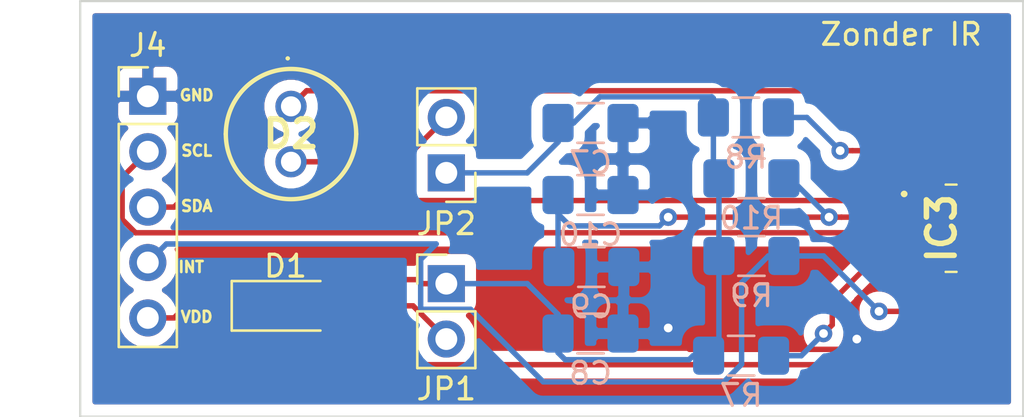
<source format=kicad_pcb>
(kicad_pcb (version 20171130) (host pcbnew "(5.1.5)-3")

  (general
    (thickness 1.6)
    (drawings 10)
    (tracks 111)
    (zones 0)
    (modules 14)
    (nets 12)
  )

  (page A4)
  (layers
    (0 F.Cu signal)
    (31 B.Cu signal)
    (32 B.Adhes user)
    (33 F.Adhes user)
    (34 B.Paste user)
    (35 F.Paste user)
    (36 B.SilkS user)
    (37 F.SilkS user)
    (38 B.Mask user)
    (39 F.Mask user)
    (40 Dwgs.User user)
    (41 Cmts.User user)
    (42 Eco1.User user)
    (43 Eco2.User user)
    (44 Edge.Cuts user)
    (45 Margin user)
    (46 B.CrtYd user)
    (47 F.CrtYd user)
    (48 B.Fab user)
    (49 F.Fab user)
  )

  (setup
    (last_trace_width 0.25)
    (trace_clearance 0.2)
    (zone_clearance 0.508)
    (zone_45_only no)
    (trace_min 0.2)
    (via_size 0.8)
    (via_drill 0.4)
    (via_min_size 0.4)
    (via_min_drill 0.3)
    (uvia_size 0.3)
    (uvia_drill 0.1)
    (uvias_allowed no)
    (uvia_min_size 0.2)
    (uvia_min_drill 0.1)
    (edge_width 0.1)
    (segment_width 0.2)
    (pcb_text_width 0.3)
    (pcb_text_size 1.5 1.5)
    (mod_edge_width 0.15)
    (mod_text_size 1 1)
    (mod_text_width 0.15)
    (pad_size 1.524 1.524)
    (pad_drill 0.762)
    (pad_to_mask_clearance 0)
    (aux_axis_origin 0 0)
    (visible_elements 7FFFFFFF)
    (pcbplotparams
      (layerselection 0x010fc_ffffffff)
      (usegerberextensions false)
      (usegerberattributes false)
      (usegerberadvancedattributes false)
      (creategerberjobfile false)
      (excludeedgelayer true)
      (linewidth 0.100000)
      (plotframeref false)
      (viasonmask false)
      (mode 1)
      (useauxorigin false)
      (hpglpennumber 1)
      (hpglpenspeed 20)
      (hpglpendiameter 15.000000)
      (psnegative false)
      (psa4output false)
      (plotreference true)
      (plotvalue true)
      (plotinvisibletext false)
      (padsonsilk false)
      (subtractmaskfromsilk false)
      (outputformat 1)
      (mirror false)
      (drillshape 0)
      (scaleselection 1)
      (outputdirectory ""))
  )

  (net 0 "")
  (net 1 "Net-(C10-Pad1)")
  (net 2 GND)
  (net 3 "Net-(D1-Pad1)")
  (net 4 "Net-(D1-Pad2)")
  (net 5 "Net-(D2-Pad1)")
  (net 6 "Net-(D2-Pad2)")
  (net 7 "Net-(IC3-Pad2)")
  (net 8 "Net-(IC3-Pad4)")
  (net 9 "Net-(IC3-Pad7)")
  (net 10 "Net-(IC3-Pad8)")
  (net 11 "Net-(C7-Pad1)")

  (net_class Default "Dit is de standaard class."
    (clearance 0.2)
    (trace_width 0.25)
    (via_dia 0.8)
    (via_drill 0.4)
    (uvia_dia 0.3)
    (uvia_drill 0.1)
    (add_net GND)
    (add_net "Net-(C10-Pad1)")
    (add_net "Net-(C7-Pad1)")
    (add_net "Net-(D1-Pad1)")
    (add_net "Net-(D1-Pad2)")
    (add_net "Net-(D2-Pad1)")
    (add_net "Net-(D2-Pad2)")
    (add_net "Net-(IC3-Pad2)")
    (add_net "Net-(IC3-Pad4)")
    (add_net "Net-(IC3-Pad7)")
    (add_net "Net-(IC3-Pad8)")
  )

  (module IR_TH:OP294 (layer F.Cu) (tedit 0) (tstamp 60367577)
    (at 78.232 59.436)
    (descr OP294-2)
    (tags LED)
    (path /602E2DA3)
    (fp_text reference D2 (at 0 1.27) (layer F.SilkS)
      (effects (font (size 1.27 1.27) (thickness 0.254)))
    )
    (fp_text value IR (at 0 1.27) (layer F.SilkS) hide
      (effects (font (size 1.27 1.27) (thickness 0.254)))
    )
    (fp_text user %R (at 0 1.27) (layer F.Fab)
      (effects (font (size 1.27 1.27) (thickness 0.254)))
    )
    (fp_line (start -3.985 -2.715) (end 3.985 -2.715) (layer F.CrtYd) (width 0.1))
    (fp_line (start 3.985 -2.715) (end 3.985 5.255) (layer F.CrtYd) (width 0.1))
    (fp_line (start 3.985 5.255) (end -3.985 5.255) (layer F.CrtYd) (width 0.1))
    (fp_line (start -3.985 5.255) (end -3.985 -2.715) (layer F.CrtYd) (width 0.1))
    (fp_line (start -3.985 -2.715) (end 3.985 -2.715) (layer F.CrtYd) (width 0.1))
    (fp_line (start 3.985 -2.715) (end 3.985 5.255) (layer F.CrtYd) (width 0.1))
    (fp_line (start 3.985 5.255) (end -3.985 5.255) (layer F.CrtYd) (width 0.1))
    (fp_line (start -3.985 5.255) (end -3.985 -2.715) (layer F.CrtYd) (width 0.1))
    (fp_line (start -2.985 1.27) (end -2.985 1.27) (layer F.Fab) (width 0.1))
    (fp_line (start 2.985 1.27) (end 2.985 1.27) (layer F.Fab) (width 0.1))
    (fp_line (start -2.985 1.27) (end -2.985 1.27) (layer F.SilkS) (width 0.2))
    (fp_line (start 2.985 1.27) (end 2.985 1.27) (layer F.SilkS) (width 0.2))
    (fp_line (start -0.2 -2.2) (end -0.2 -2.2) (layer F.SilkS) (width 0.1))
    (fp_line (start -0.1 -2.2) (end -0.1 -2.2) (layer F.SilkS) (width 0.1))
    (fp_arc (start 0 1.27) (end -2.985 1.27) (angle -180) (layer F.Fab) (width 0.1))
    (fp_arc (start 0 1.27) (end 2.985 1.27) (angle -180) (layer F.Fab) (width 0.1))
    (fp_arc (start 0 1.27) (end -2.985 1.27) (angle -180) (layer F.SilkS) (width 0.2))
    (fp_arc (start 0 1.27) (end 2.985 1.27) (angle -180) (layer F.SilkS) (width 0.2))
    (fp_arc (start -0.15 -2.2) (end -0.2 -2.2) (angle -180) (layer F.SilkS) (width 0.1))
    (fp_arc (start -0.15 -2.2) (end -0.1 -2.2) (angle -180) (layer F.SilkS) (width 0.1))
    (pad 1 thru_hole circle (at 0 0) (size 1.431 1.431) (drill 0.92) (layers *.Cu *.Mask)
      (net 5 "Net-(D2-Pad1)"))
    (pad 2 thru_hole circle (at 0 2.54) (size 1.431 1.431) (drill 0.92) (layers *.Cu *.Mask)
      (net 6 "Net-(D2-Pad2)"))
    (model "D:\\Kicad oefeningen\\eerste test\\library\\IR_TH\\SamacSys_Parts.3dshapes\\OP294.stp"
      (at (xyz 0 0 0))
      (scale (xyz 1 1 1))
      (rotate (xyz 0 0 0))
    )
  )

  (module Capacitor_SMD:C_1206_3216Metric_Pad1.42x1.75mm_HandSolder (layer B.Cu) (tedit 5B301BBE) (tstamp 60366790)
    (at 91.948 60.198)
    (descr "Capacitor SMD 1206 (3216 Metric), square (rectangular) end terminal, IPC_7351 nominal with elongated pad for handsoldering. (Body size source: http://www.tortai-tech.com/upload/download/2011102023233369053.pdf), generated with kicad-footprint-generator")
    (tags "capacitor handsolder")
    (path /602EE746)
    (attr smd)
    (fp_text reference C7 (at 0 1.82) (layer B.SilkS)
      (effects (font (size 1 1) (thickness 0.15)) (justify mirror))
    )
    (fp_text value 22µF (at 0 -1.82) (layer B.Fab)
      (effects (font (size 1 1) (thickness 0.15)) (justify mirror))
    )
    (fp_line (start -1.6 -0.8) (end -1.6 0.8) (layer B.Fab) (width 0.1))
    (fp_line (start -1.6 0.8) (end 1.6 0.8) (layer B.Fab) (width 0.1))
    (fp_line (start 1.6 0.8) (end 1.6 -0.8) (layer B.Fab) (width 0.1))
    (fp_line (start 1.6 -0.8) (end -1.6 -0.8) (layer B.Fab) (width 0.1))
    (fp_line (start -0.602064 0.91) (end 0.602064 0.91) (layer B.SilkS) (width 0.12))
    (fp_line (start -0.602064 -0.91) (end 0.602064 -0.91) (layer B.SilkS) (width 0.12))
    (fp_line (start -2.45 -1.12) (end -2.45 1.12) (layer B.CrtYd) (width 0.05))
    (fp_line (start -2.45 1.12) (end 2.45 1.12) (layer B.CrtYd) (width 0.05))
    (fp_line (start 2.45 1.12) (end 2.45 -1.12) (layer B.CrtYd) (width 0.05))
    (fp_line (start 2.45 -1.12) (end -2.45 -1.12) (layer B.CrtYd) (width 0.05))
    (fp_text user %R (at 0 0) (layer B.Fab)
      (effects (font (size 0.8 0.8) (thickness 0.12)) (justify mirror))
    )
    (pad 1 smd roundrect (at -1.4875 0) (size 1.425 1.75) (layers B.Cu B.Paste B.Mask) (roundrect_rratio 0.175439)
      (net 11 "Net-(C7-Pad1)"))
    (pad 2 smd roundrect (at 1.4875 0) (size 1.425 1.75) (layers B.Cu B.Paste B.Mask) (roundrect_rratio 0.175439)
      (net 2 GND))
    (model ${KISYS3DMOD}/Capacitor_SMD.3dshapes/C_1206_3216Metric.wrl
      (at (xyz 0 0 0))
      (scale (xyz 1 1 1))
      (rotate (xyz 0 0 0))
    )
  )

  (module Capacitor_SMD:C_1206_3216Metric_Pad1.42x1.75mm_HandSolder (layer B.Cu) (tedit 5B301BBE) (tstamp 603667A1)
    (at 91.948 69.85)
    (descr "Capacitor SMD 1206 (3216 Metric), square (rectangular) end terminal, IPC_7351 nominal with elongated pad for handsoldering. (Body size source: http://www.tortai-tech.com/upload/download/2011102023233369053.pdf), generated with kicad-footprint-generator")
    (tags "capacitor handsolder")
    (path /602EF3F1)
    (attr smd)
    (fp_text reference C8 (at 0 1.82) (layer B.SilkS)
      (effects (font (size 1 1) (thickness 0.15)) (justify mirror))
    )
    (fp_text value 100nF (at 0 -1.82) (layer B.Fab)
      (effects (font (size 1 1) (thickness 0.15)) (justify mirror))
    )
    (fp_line (start -1.6 -0.8) (end -1.6 0.8) (layer B.Fab) (width 0.1))
    (fp_line (start -1.6 0.8) (end 1.6 0.8) (layer B.Fab) (width 0.1))
    (fp_line (start 1.6 0.8) (end 1.6 -0.8) (layer B.Fab) (width 0.1))
    (fp_line (start 1.6 -0.8) (end -1.6 -0.8) (layer B.Fab) (width 0.1))
    (fp_line (start -0.602064 0.91) (end 0.602064 0.91) (layer B.SilkS) (width 0.12))
    (fp_line (start -0.602064 -0.91) (end 0.602064 -0.91) (layer B.SilkS) (width 0.12))
    (fp_line (start -2.45 -1.12) (end -2.45 1.12) (layer B.CrtYd) (width 0.05))
    (fp_line (start -2.45 1.12) (end 2.45 1.12) (layer B.CrtYd) (width 0.05))
    (fp_line (start 2.45 1.12) (end 2.45 -1.12) (layer B.CrtYd) (width 0.05))
    (fp_line (start 2.45 -1.12) (end -2.45 -1.12) (layer B.CrtYd) (width 0.05))
    (fp_text user %R (at 0 0) (layer B.Fab)
      (effects (font (size 0.8 0.8) (thickness 0.12)) (justify mirror))
    )
    (pad 1 smd roundrect (at -1.4875 0) (size 1.425 1.75) (layers B.Cu B.Paste B.Mask) (roundrect_rratio 0.175439)
      (net 11 "Net-(C7-Pad1)"))
    (pad 2 smd roundrect (at 1.4875 0) (size 1.425 1.75) (layers B.Cu B.Paste B.Mask) (roundrect_rratio 0.175439)
      (net 2 GND))
    (model ${KISYS3DMOD}/Capacitor_SMD.3dshapes/C_1206_3216Metric.wrl
      (at (xyz 0 0 0))
      (scale (xyz 1 1 1))
      (rotate (xyz 0 0 0))
    )
  )

  (module Capacitor_SMD:C_1206_3216Metric_Pad1.42x1.75mm_HandSolder (layer B.Cu) (tedit 5B301BBE) (tstamp 603667B2)
    (at 91.9845 66.802)
    (descr "Capacitor SMD 1206 (3216 Metric), square (rectangular) end terminal, IPC_7351 nominal with elongated pad for handsoldering. (Body size source: http://www.tortai-tech.com/upload/download/2011102023233369053.pdf), generated with kicad-footprint-generator")
    (tags "capacitor handsolder")
    (path /602F0105)
    (attr smd)
    (fp_text reference C9 (at 0 1.82) (layer B.SilkS)
      (effects (font (size 1 1) (thickness 0.15)) (justify mirror))
    )
    (fp_text value 100nF (at 0 -1.82) (layer B.Fab)
      (effects (font (size 1 1) (thickness 0.15)) (justify mirror))
    )
    (fp_text user %R (at 0 0) (layer B.Fab)
      (effects (font (size 0.8 0.8) (thickness 0.12)) (justify mirror))
    )
    (fp_line (start 2.45 -1.12) (end -2.45 -1.12) (layer B.CrtYd) (width 0.05))
    (fp_line (start 2.45 1.12) (end 2.45 -1.12) (layer B.CrtYd) (width 0.05))
    (fp_line (start -2.45 1.12) (end 2.45 1.12) (layer B.CrtYd) (width 0.05))
    (fp_line (start -2.45 -1.12) (end -2.45 1.12) (layer B.CrtYd) (width 0.05))
    (fp_line (start -0.602064 -0.91) (end 0.602064 -0.91) (layer B.SilkS) (width 0.12))
    (fp_line (start -0.602064 0.91) (end 0.602064 0.91) (layer B.SilkS) (width 0.12))
    (fp_line (start 1.6 -0.8) (end -1.6 -0.8) (layer B.Fab) (width 0.1))
    (fp_line (start 1.6 0.8) (end 1.6 -0.8) (layer B.Fab) (width 0.1))
    (fp_line (start -1.6 0.8) (end 1.6 0.8) (layer B.Fab) (width 0.1))
    (fp_line (start -1.6 -0.8) (end -1.6 0.8) (layer B.Fab) (width 0.1))
    (pad 2 smd roundrect (at 1.4875 0) (size 1.425 1.75) (layers B.Cu B.Paste B.Mask) (roundrect_rratio 0.175439)
      (net 2 GND))
    (pad 1 smd roundrect (at -1.4875 0) (size 1.425 1.75) (layers B.Cu B.Paste B.Mask) (roundrect_rratio 0.175439)
      (net 1 "Net-(C10-Pad1)"))
    (model ${KISYS3DMOD}/Capacitor_SMD.3dshapes/C_1206_3216Metric.wrl
      (at (xyz 0 0 0))
      (scale (xyz 1 1 1))
      (rotate (xyz 0 0 0))
    )
  )

  (module Capacitor_SMD:C_1206_3216Metric_Pad1.42x1.75mm_HandSolder (layer B.Cu) (tedit 5B301BBE) (tstamp 603667C3)
    (at 91.948 63.5)
    (descr "Capacitor SMD 1206 (3216 Metric), square (rectangular) end terminal, IPC_7351 nominal with elongated pad for handsoldering. (Body size source: http://www.tortai-tech.com/upload/download/2011102023233369053.pdf), generated with kicad-footprint-generator")
    (tags "capacitor handsolder")
    (path /602EEE39)
    (attr smd)
    (fp_text reference C10 (at 0 1.82) (layer B.SilkS)
      (effects (font (size 1 1) (thickness 0.15)) (justify mirror))
    )
    (fp_text value 10µF (at 0 -1.82) (layer B.Fab)
      (effects (font (size 1 1) (thickness 0.15)) (justify mirror))
    )
    (fp_text user %R (at 0 0) (layer B.Fab)
      (effects (font (size 0.8 0.8) (thickness 0.12)) (justify mirror))
    )
    (fp_line (start 2.45 -1.12) (end -2.45 -1.12) (layer B.CrtYd) (width 0.05))
    (fp_line (start 2.45 1.12) (end 2.45 -1.12) (layer B.CrtYd) (width 0.05))
    (fp_line (start -2.45 1.12) (end 2.45 1.12) (layer B.CrtYd) (width 0.05))
    (fp_line (start -2.45 -1.12) (end -2.45 1.12) (layer B.CrtYd) (width 0.05))
    (fp_line (start -0.602064 -0.91) (end 0.602064 -0.91) (layer B.SilkS) (width 0.12))
    (fp_line (start -0.602064 0.91) (end 0.602064 0.91) (layer B.SilkS) (width 0.12))
    (fp_line (start 1.6 -0.8) (end -1.6 -0.8) (layer B.Fab) (width 0.1))
    (fp_line (start 1.6 0.8) (end 1.6 -0.8) (layer B.Fab) (width 0.1))
    (fp_line (start -1.6 0.8) (end 1.6 0.8) (layer B.Fab) (width 0.1))
    (fp_line (start -1.6 -0.8) (end -1.6 0.8) (layer B.Fab) (width 0.1))
    (pad 2 smd roundrect (at 1.4875 0) (size 1.425 1.75) (layers B.Cu B.Paste B.Mask) (roundrect_rratio 0.175439)
      (net 2 GND))
    (pad 1 smd roundrect (at -1.4875 0) (size 1.425 1.75) (layers B.Cu B.Paste B.Mask) (roundrect_rratio 0.175439)
      (net 1 "Net-(C10-Pad1)"))
    (model ${KISYS3DMOD}/Capacitor_SMD.3dshapes/C_1206_3216Metric.wrl
      (at (xyz 0 0 0))
      (scale (xyz 1 1 1))
      (rotate (xyz 0 0 0))
    )
  )

  (module LED_SMD:LED_1206_3216Metric_Pad1.42x1.75mm_HandSolder (layer F.Cu) (tedit 5B4B45C9) (tstamp 603667D6)
    (at 77.978 68.58)
    (descr "LED SMD 1206 (3216 Metric), square (rectangular) end terminal, IPC_7351 nominal, (Body size source: http://www.tortai-tech.com/upload/download/2011102023233369053.pdf), generated with kicad-footprint-generator")
    (tags "LED handsolder")
    (path /602E4191)
    (attr smd)
    (fp_text reference D1 (at 0 -1.82) (layer F.SilkS)
      (effects (font (size 1 1) (thickness 0.15)))
    )
    (fp_text value IR (at 0 1.82) (layer F.Fab)
      (effects (font (size 1 1) (thickness 0.15)))
    )
    (fp_line (start 1.6 -0.8) (end -1.2 -0.8) (layer F.Fab) (width 0.1))
    (fp_line (start -1.2 -0.8) (end -1.6 -0.4) (layer F.Fab) (width 0.1))
    (fp_line (start -1.6 -0.4) (end -1.6 0.8) (layer F.Fab) (width 0.1))
    (fp_line (start -1.6 0.8) (end 1.6 0.8) (layer F.Fab) (width 0.1))
    (fp_line (start 1.6 0.8) (end 1.6 -0.8) (layer F.Fab) (width 0.1))
    (fp_line (start 1.6 -1.135) (end -2.46 -1.135) (layer F.SilkS) (width 0.12))
    (fp_line (start -2.46 -1.135) (end -2.46 1.135) (layer F.SilkS) (width 0.12))
    (fp_line (start -2.46 1.135) (end 1.6 1.135) (layer F.SilkS) (width 0.12))
    (fp_line (start -2.45 1.12) (end -2.45 -1.12) (layer F.CrtYd) (width 0.05))
    (fp_line (start -2.45 -1.12) (end 2.45 -1.12) (layer F.CrtYd) (width 0.05))
    (fp_line (start 2.45 -1.12) (end 2.45 1.12) (layer F.CrtYd) (width 0.05))
    (fp_line (start 2.45 1.12) (end -2.45 1.12) (layer F.CrtYd) (width 0.05))
    (fp_text user %R (at 0 0) (layer F.Fab)
      (effects (font (size 0.8 0.8) (thickness 0.12)))
    )
    (pad 1 smd roundrect (at -1.4875 0) (size 1.425 1.75) (layers F.Cu F.Paste F.Mask) (roundrect_rratio 0.175439)
      (net 3 "Net-(D1-Pad1)"))
    (pad 2 smd roundrect (at 1.4875 0) (size 1.425 1.75) (layers F.Cu F.Paste F.Mask) (roundrect_rratio 0.175439)
      (net 4 "Net-(D1-Pad2)"))
    (model ${KISYS3DMOD}/LED_SMD.3dshapes/LED_1206_3216Metric.wrl
      (at (xyz 0 0 0))
      (scale (xyz 1 1 1))
      (rotate (xyz 0 0 0))
    )
  )

  (module naderingssensor_zonderIR:naderingssensor_zonderIR (layer F.Cu) (tedit 0) (tstamp 60366814)
    (at 108.458 65.024 90)
    (descr VCNL4035X01-GS08-2)
    (tags "Integrated Circuit")
    (path /602D1C5E)
    (attr smd)
    (fp_text reference IC3 (at 0 -0.435 90) (layer F.SilkS)
      (effects (font (size 1.27 1.27) (thickness 0.254)))
    )
    (fp_text value VCNL4035X01-GS08 (at 0 -0.435 90) (layer F.SilkS) hide
      (effects (font (size 1.27 1.27) (thickness 0.254)))
    )
    (fp_text user %R (at 0 -0.435 90) (layer F.Fab)
      (effects (font (size 1.27 1.27) (thickness 0.254)))
    )
    (fp_line (start -2 1.18) (end 2 1.18) (layer F.Fab) (width 0.2))
    (fp_line (start 2 1.18) (end 2 -1.18) (layer F.Fab) (width 0.2))
    (fp_line (start 2 -1.18) (end -2 -1.18) (layer F.Fab) (width 0.2))
    (fp_line (start -2 -1.18) (end -2 1.18) (layer F.Fab) (width 0.2))
    (fp_line (start -2 -0.25) (end -2 -0.25) (layer F.SilkS) (width 0.1))
    (fp_line (start -2 -0.25) (end -2 0.25) (layer F.SilkS) (width 0.1))
    (fp_line (start -2 0.25) (end -2 0.25) (layer F.SilkS) (width 0.1))
    (fp_line (start -2 0.25) (end -2 -0.25) (layer F.SilkS) (width 0.1))
    (fp_line (start 2 -0.25) (end 2 -0.25) (layer F.SilkS) (width 0.1))
    (fp_line (start 2 -0.25) (end 2 0.25) (layer F.SilkS) (width 0.1))
    (fp_line (start 2 0.25) (end 2 0.25) (layer F.SilkS) (width 0.1))
    (fp_line (start 2 0.25) (end 2 -0.25) (layer F.SilkS) (width 0.1))
    (fp_line (start -3 -3.2) (end 3 -3.2) (layer F.CrtYd) (width 0.1))
    (fp_line (start 3 -3.2) (end 3 2.33) (layer F.CrtYd) (width 0.1))
    (fp_line (start 3 2.33) (end -3 2.33) (layer F.CrtYd) (width 0.1))
    (fp_line (start -3 2.33) (end -3 -3.2) (layer F.CrtYd) (width 0.1))
    (fp_line (start 1.575 -2.2) (end 1.575 -2.2) (layer F.SilkS) (width 0.2))
    (fp_line (start 1.575 -2.1) (end 1.575 -2.1) (layer F.SilkS) (width 0.2))
    (fp_line (start 1.575 -2.2) (end 1.575 -2.2) (layer F.SilkS) (width 0.2))
    (fp_arc (start 1.575 -2.15) (end 1.575 -2.2) (angle -180) (layer F.SilkS) (width 0.2))
    (fp_arc (start 1.575 -2.15) (end 1.575 -2.1) (angle -180) (layer F.SilkS) (width 0.2))
    (fp_arc (start 1.575 -2.15) (end 1.575 -2.2) (angle -180) (layer F.SilkS) (width 0.2))
    (pad 1 smd rect (at 1.575 -0.98 180) (size 0.7 0.75) (layers F.Cu F.Paste F.Mask)
      (net 1 "Net-(C10-Pad1)"))
    (pad 2 smd rect (at 0.525 -0.98 180) (size 0.7 0.75) (layers F.Cu F.Paste F.Mask)
      (net 7 "Net-(IC3-Pad2)"))
    (pad 3 smd rect (at -0.525 -0.98 180) (size 0.7 0.75) (layers F.Cu F.Paste F.Mask)
      (net 2 GND))
    (pad 4 smd rect (at -1.575 -0.98 180) (size 0.7 0.75) (layers F.Cu F.Paste F.Mask)
      (net 8 "Net-(IC3-Pad4)"))
    (pad 5 smd rect (at -1.575 0.98 180) (size 0.7 0.75) (layers F.Cu F.Paste F.Mask)
      (net 3 "Net-(D1-Pad1)"))
    (pad 6 smd rect (at -0.525 0.98 180) (size 0.7 0.75) (layers F.Cu F.Paste F.Mask)
      (net 5 "Net-(D2-Pad1)"))
    (pad 7 smd rect (at 0.525 0.98 180) (size 0.7 0.75) (layers F.Cu F.Paste F.Mask)
      (net 9 "Net-(IC3-Pad7)"))
    (pad 8 smd rect (at 1.575 0.98 180) (size 0.7 0.75) (layers F.Cu F.Paste F.Mask)
      (net 10 "Net-(IC3-Pad8)"))
    (model "D:\\Kicad oefeningen\\eerste test\\library\\naderingssensor_zonderIR\\SamacSys_Parts.3dshapes\\VCNL4035X01-GS08.stp"
      (at (xyz 0 0 0))
      (scale (xyz 1 1 1))
      (rotate (xyz 0 0 0))
    )
  )

  (module Connector_PinHeader_2.54mm:PinHeader_1x05_P2.54mm_Vertical (layer F.Cu) (tedit 59FED5CC) (tstamp 6036682D)
    (at 71.675001 58.975001)
    (descr "Through hole straight pin header, 1x05, 2.54mm pitch, single row")
    (tags "Through hole pin header THT 1x05 2.54mm single row")
    (path /60357393)
    (fp_text reference J4 (at 0 -2.33) (layer F.SilkS)
      (effects (font (size 1 1) (thickness 0.15)))
    )
    (fp_text value Conn_01x05_Male (at 0 12.49) (layer F.Fab)
      (effects (font (size 1 1) (thickness 0.15)))
    )
    (fp_line (start -0.635 -1.27) (end 1.27 -1.27) (layer F.Fab) (width 0.1))
    (fp_line (start 1.27 -1.27) (end 1.27 11.43) (layer F.Fab) (width 0.1))
    (fp_line (start 1.27 11.43) (end -1.27 11.43) (layer F.Fab) (width 0.1))
    (fp_line (start -1.27 11.43) (end -1.27 -0.635) (layer F.Fab) (width 0.1))
    (fp_line (start -1.27 -0.635) (end -0.635 -1.27) (layer F.Fab) (width 0.1))
    (fp_line (start -1.33 11.49) (end 1.33 11.49) (layer F.SilkS) (width 0.12))
    (fp_line (start -1.33 1.27) (end -1.33 11.49) (layer F.SilkS) (width 0.12))
    (fp_line (start 1.33 1.27) (end 1.33 11.49) (layer F.SilkS) (width 0.12))
    (fp_line (start -1.33 1.27) (end 1.33 1.27) (layer F.SilkS) (width 0.12))
    (fp_line (start -1.33 0) (end -1.33 -1.33) (layer F.SilkS) (width 0.12))
    (fp_line (start -1.33 -1.33) (end 0 -1.33) (layer F.SilkS) (width 0.12))
    (fp_line (start -1.8 -1.8) (end -1.8 11.95) (layer F.CrtYd) (width 0.05))
    (fp_line (start -1.8 11.95) (end 1.8 11.95) (layer F.CrtYd) (width 0.05))
    (fp_line (start 1.8 11.95) (end 1.8 -1.8) (layer F.CrtYd) (width 0.05))
    (fp_line (start 1.8 -1.8) (end -1.8 -1.8) (layer F.CrtYd) (width 0.05))
    (fp_text user %R (at 0 5.08 90) (layer F.Fab)
      (effects (font (size 1 1) (thickness 0.15)))
    )
    (pad 1 thru_hole rect (at 0 0) (size 1.7 1.7) (drill 1) (layers *.Cu *.Mask)
      (net 2 GND))
    (pad 2 thru_hole oval (at 0 2.54) (size 1.7 1.7) (drill 1) (layers *.Cu *.Mask)
      (net 7 "Net-(IC3-Pad2)"))
    (pad 3 thru_hole oval (at 0 5.08) (size 1.7 1.7) (drill 1) (layers *.Cu *.Mask)
      (net 10 "Net-(IC3-Pad8)"))
    (pad 4 thru_hole oval (at 0 7.62) (size 1.7 1.7) (drill 1) (layers *.Cu *.Mask)
      (net 9 "Net-(IC3-Pad7)"))
    (pad 5 thru_hole oval (at 0 10.16) (size 1.7 1.7) (drill 1) (layers *.Cu *.Mask)
      (net 11 "Net-(C7-Pad1)"))
    (model ${KISYS3DMOD}/Connector_PinHeader_2.54mm.3dshapes/PinHeader_1x05_P2.54mm_Vertical.wrl
      (at (xyz 0 0 0))
      (scale (xyz 1 1 1))
      (rotate (xyz 0 0 0))
    )
  )

  (module Connector_PinHeader_2.54mm:PinHeader_1x02_P2.54mm_Vertical (layer F.Cu) (tedit 59FED5CC) (tstamp 60366843)
    (at 85.344 67.564)
    (descr "Through hole straight pin header, 1x02, 2.54mm pitch, single row")
    (tags "Through hole pin header THT 1x02 2.54mm single row")
    (path /602E812B)
    (fp_text reference JP1 (at 0 4.826) (layer F.SilkS)
      (effects (font (size 1 1) (thickness 0.15)))
    )
    (fp_text value Jumper (at 0 4.87) (layer F.Fab)
      (effects (font (size 1 1) (thickness 0.15)))
    )
    (fp_line (start -0.635 -1.27) (end 1.27 -1.27) (layer F.Fab) (width 0.1))
    (fp_line (start 1.27 -1.27) (end 1.27 3.81) (layer F.Fab) (width 0.1))
    (fp_line (start 1.27 3.81) (end -1.27 3.81) (layer F.Fab) (width 0.1))
    (fp_line (start -1.27 3.81) (end -1.27 -0.635) (layer F.Fab) (width 0.1))
    (fp_line (start -1.27 -0.635) (end -0.635 -1.27) (layer F.Fab) (width 0.1))
    (fp_line (start -1.33 3.87) (end 1.33 3.87) (layer F.SilkS) (width 0.12))
    (fp_line (start -1.33 1.27) (end -1.33 3.87) (layer F.SilkS) (width 0.12))
    (fp_line (start 1.33 1.27) (end 1.33 3.87) (layer F.SilkS) (width 0.12))
    (fp_line (start -1.33 1.27) (end 1.33 1.27) (layer F.SilkS) (width 0.12))
    (fp_line (start -1.33 0) (end -1.33 -1.33) (layer F.SilkS) (width 0.12))
    (fp_line (start -1.33 -1.33) (end 0 -1.33) (layer F.SilkS) (width 0.12))
    (fp_line (start -1.8 -1.8) (end -1.8 4.35) (layer F.CrtYd) (width 0.05))
    (fp_line (start -1.8 4.35) (end 1.8 4.35) (layer F.CrtYd) (width 0.05))
    (fp_line (start 1.8 4.35) (end 1.8 -1.8) (layer F.CrtYd) (width 0.05))
    (fp_line (start 1.8 -1.8) (end -1.8 -1.8) (layer F.CrtYd) (width 0.05))
    (fp_text user %R (at 0 1.27 90) (layer F.Fab)
      (effects (font (size 1 1) (thickness 0.15)))
    )
    (pad 1 thru_hole rect (at 0 0) (size 1.7 1.7) (drill 1) (layers *.Cu *.Mask)
      (net 11 "Net-(C7-Pad1)"))
    (pad 2 thru_hole oval (at 0 2.54) (size 1.7 1.7) (drill 1) (layers *.Cu *.Mask)
      (net 4 "Net-(D1-Pad2)"))
    (model ${KISYS3DMOD}/Connector_PinHeader_2.54mm.3dshapes/PinHeader_1x02_P2.54mm_Vertical.wrl
      (at (xyz 0 0 0))
      (scale (xyz 1 1 1))
      (rotate (xyz 0 0 0))
    )
  )

  (module Connector_PinHeader_2.54mm:PinHeader_1x02_P2.54mm_Vertical (layer F.Cu) (tedit 59FED5CC) (tstamp 60366859)
    (at 85.344 62.484 180)
    (descr "Through hole straight pin header, 1x02, 2.54mm pitch, single row")
    (tags "Through hole pin header THT 1x02 2.54mm single row")
    (path /602EA78B)
    (fp_text reference JP2 (at 0 -2.33) (layer F.SilkS)
      (effects (font (size 1 1) (thickness 0.15)))
    )
    (fp_text value Jumper (at 0 4.87) (layer F.Fab)
      (effects (font (size 1 1) (thickness 0.15)))
    )
    (fp_text user %R (at 0 1.27 90) (layer F.Fab)
      (effects (font (size 1 1) (thickness 0.15)))
    )
    (fp_line (start 1.8 -1.8) (end -1.8 -1.8) (layer F.CrtYd) (width 0.05))
    (fp_line (start 1.8 4.35) (end 1.8 -1.8) (layer F.CrtYd) (width 0.05))
    (fp_line (start -1.8 4.35) (end 1.8 4.35) (layer F.CrtYd) (width 0.05))
    (fp_line (start -1.8 -1.8) (end -1.8 4.35) (layer F.CrtYd) (width 0.05))
    (fp_line (start -1.33 -1.33) (end 0 -1.33) (layer F.SilkS) (width 0.12))
    (fp_line (start -1.33 0) (end -1.33 -1.33) (layer F.SilkS) (width 0.12))
    (fp_line (start -1.33 1.27) (end 1.33 1.27) (layer F.SilkS) (width 0.12))
    (fp_line (start 1.33 1.27) (end 1.33 3.87) (layer F.SilkS) (width 0.12))
    (fp_line (start -1.33 1.27) (end -1.33 3.87) (layer F.SilkS) (width 0.12))
    (fp_line (start -1.33 3.87) (end 1.33 3.87) (layer F.SilkS) (width 0.12))
    (fp_line (start -1.27 -0.635) (end -0.635 -1.27) (layer F.Fab) (width 0.1))
    (fp_line (start -1.27 3.81) (end -1.27 -0.635) (layer F.Fab) (width 0.1))
    (fp_line (start 1.27 3.81) (end -1.27 3.81) (layer F.Fab) (width 0.1))
    (fp_line (start 1.27 -1.27) (end 1.27 3.81) (layer F.Fab) (width 0.1))
    (fp_line (start -0.635 -1.27) (end 1.27 -1.27) (layer F.Fab) (width 0.1))
    (pad 2 thru_hole oval (at 0 2.54 180) (size 1.7 1.7) (drill 1) (layers *.Cu *.Mask)
      (net 6 "Net-(D2-Pad2)"))
    (pad 1 thru_hole rect (at 0 0 180) (size 1.7 1.7) (drill 1) (layers *.Cu *.Mask)
      (net 11 "Net-(C7-Pad1)"))
    (model ${KISYS3DMOD}/Connector_PinHeader_2.54mm.3dshapes/PinHeader_1x02_P2.54mm_Vertical.wrl
      (at (xyz 0 0 0))
      (scale (xyz 1 1 1))
      (rotate (xyz 0 0 0))
    )
  )

  (module Resistor_SMD:R_1206_3216Metric_Pad1.42x1.75mm_HandSolder (layer B.Cu) (tedit 5B301BBD) (tstamp 6036686A)
    (at 98.8425 70.866)
    (descr "Resistor SMD 1206 (3216 Metric), square (rectangular) end terminal, IPC_7351 nominal with elongated pad for handsoldering. (Body size source: http://www.tortai-tech.com/upload/download/2011102023233369053.pdf), generated with kicad-footprint-generator")
    (tags "resistor handsolder")
    (path /603024B4)
    (attr smd)
    (fp_text reference R7 (at 0 1.82) (layer B.SilkS)
      (effects (font (size 1 1) (thickness 0.15)) (justify mirror))
    )
    (fp_text value 2.7K (at 0 -1.82) (layer B.Fab)
      (effects (font (size 1 1) (thickness 0.15)) (justify mirror))
    )
    (fp_text user %R (at 0 0) (layer B.Fab)
      (effects (font (size 0.8 0.8) (thickness 0.12)) (justify mirror))
    )
    (fp_line (start 2.45 -1.12) (end -2.45 -1.12) (layer B.CrtYd) (width 0.05))
    (fp_line (start 2.45 1.12) (end 2.45 -1.12) (layer B.CrtYd) (width 0.05))
    (fp_line (start -2.45 1.12) (end 2.45 1.12) (layer B.CrtYd) (width 0.05))
    (fp_line (start -2.45 -1.12) (end -2.45 1.12) (layer B.CrtYd) (width 0.05))
    (fp_line (start -0.602064 -0.91) (end 0.602064 -0.91) (layer B.SilkS) (width 0.12))
    (fp_line (start -0.602064 0.91) (end 0.602064 0.91) (layer B.SilkS) (width 0.12))
    (fp_line (start 1.6 -0.8) (end -1.6 -0.8) (layer B.Fab) (width 0.1))
    (fp_line (start 1.6 0.8) (end 1.6 -0.8) (layer B.Fab) (width 0.1))
    (fp_line (start -1.6 0.8) (end 1.6 0.8) (layer B.Fab) (width 0.1))
    (fp_line (start -1.6 -0.8) (end -1.6 0.8) (layer B.Fab) (width 0.1))
    (pad 2 smd roundrect (at 1.4875 0) (size 1.425 1.75) (layers B.Cu B.Paste B.Mask) (roundrect_rratio 0.175439)
      (net 7 "Net-(IC3-Pad2)"))
    (pad 1 smd roundrect (at -1.4875 0) (size 1.425 1.75) (layers B.Cu B.Paste B.Mask) (roundrect_rratio 0.175439)
      (net 11 "Net-(C7-Pad1)"))
    (model ${KISYS3DMOD}/Resistor_SMD.3dshapes/R_1206_3216Metric.wrl
      (at (xyz 0 0 0))
      (scale (xyz 1 1 1))
      (rotate (xyz 0 0 0))
    )
  )

  (module Resistor_SMD:R_1206_3216Metric_Pad1.42x1.75mm_HandSolder (layer B.Cu) (tedit 5B301BBD) (tstamp 6036687B)
    (at 99.06 59.944)
    (descr "Resistor SMD 1206 (3216 Metric), square (rectangular) end terminal, IPC_7351 nominal with elongated pad for handsoldering. (Body size source: http://www.tortai-tech.com/upload/download/2011102023233369053.pdf), generated with kicad-footprint-generator")
    (tags "resistor handsolder")
    (path /60302B1E)
    (attr smd)
    (fp_text reference R8 (at 0 1.82) (layer B.SilkS)
      (effects (font (size 1 1) (thickness 0.15)) (justify mirror))
    )
    (fp_text value 2.7k (at 0 -1.82) (layer B.Fab)
      (effects (font (size 1 1) (thickness 0.15)) (justify mirror))
    )
    (fp_line (start -1.6 -0.8) (end -1.6 0.8) (layer B.Fab) (width 0.1))
    (fp_line (start -1.6 0.8) (end 1.6 0.8) (layer B.Fab) (width 0.1))
    (fp_line (start 1.6 0.8) (end 1.6 -0.8) (layer B.Fab) (width 0.1))
    (fp_line (start 1.6 -0.8) (end -1.6 -0.8) (layer B.Fab) (width 0.1))
    (fp_line (start -0.602064 0.91) (end 0.602064 0.91) (layer B.SilkS) (width 0.12))
    (fp_line (start -0.602064 -0.91) (end 0.602064 -0.91) (layer B.SilkS) (width 0.12))
    (fp_line (start -2.45 -1.12) (end -2.45 1.12) (layer B.CrtYd) (width 0.05))
    (fp_line (start -2.45 1.12) (end 2.45 1.12) (layer B.CrtYd) (width 0.05))
    (fp_line (start 2.45 1.12) (end 2.45 -1.12) (layer B.CrtYd) (width 0.05))
    (fp_line (start 2.45 -1.12) (end -2.45 -1.12) (layer B.CrtYd) (width 0.05))
    (fp_text user %R (at 0 0) (layer B.Fab)
      (effects (font (size 0.8 0.8) (thickness 0.12)) (justify mirror))
    )
    (pad 1 smd roundrect (at -1.4875 0) (size 1.425 1.75) (layers B.Cu B.Paste B.Mask) (roundrect_rratio 0.175439)
      (net 11 "Net-(C7-Pad1)"))
    (pad 2 smd roundrect (at 1.4875 0) (size 1.425 1.75) (layers B.Cu B.Paste B.Mask) (roundrect_rratio 0.175439)
      (net 10 "Net-(IC3-Pad8)"))
    (model ${KISYS3DMOD}/Resistor_SMD.3dshapes/R_1206_3216Metric.wrl
      (at (xyz 0 0 0))
      (scale (xyz 1 1 1))
      (rotate (xyz 0 0 0))
    )
  )

  (module Resistor_SMD:R_1206_3216Metric_Pad1.42x1.75mm_HandSolder (layer B.Cu) (tedit 5B301BBD) (tstamp 6036688C)
    (at 99.314 66.294)
    (descr "Resistor SMD 1206 (3216 Metric), square (rectangular) end terminal, IPC_7351 nominal with elongated pad for handsoldering. (Body size source: http://www.tortai-tech.com/upload/download/2011102023233369053.pdf), generated with kicad-footprint-generator")
    (tags "resistor handsolder")
    (path /603033B7)
    (attr smd)
    (fp_text reference R9 (at 0 1.82) (layer B.SilkS)
      (effects (font (size 1 1) (thickness 0.15)) (justify mirror))
    )
    (fp_text value 10k (at 0 -1.82) (layer B.Fab)
      (effects (font (size 1 1) (thickness 0.15)) (justify mirror))
    )
    (fp_text user %R (at 0 0) (layer B.Fab)
      (effects (font (size 0.8 0.8) (thickness 0.12)) (justify mirror))
    )
    (fp_line (start 2.45 -1.12) (end -2.45 -1.12) (layer B.CrtYd) (width 0.05))
    (fp_line (start 2.45 1.12) (end 2.45 -1.12) (layer B.CrtYd) (width 0.05))
    (fp_line (start -2.45 1.12) (end 2.45 1.12) (layer B.CrtYd) (width 0.05))
    (fp_line (start -2.45 -1.12) (end -2.45 1.12) (layer B.CrtYd) (width 0.05))
    (fp_line (start -0.602064 -0.91) (end 0.602064 -0.91) (layer B.SilkS) (width 0.12))
    (fp_line (start -0.602064 0.91) (end 0.602064 0.91) (layer B.SilkS) (width 0.12))
    (fp_line (start 1.6 -0.8) (end -1.6 -0.8) (layer B.Fab) (width 0.1))
    (fp_line (start 1.6 0.8) (end 1.6 -0.8) (layer B.Fab) (width 0.1))
    (fp_line (start -1.6 0.8) (end 1.6 0.8) (layer B.Fab) (width 0.1))
    (fp_line (start -1.6 -0.8) (end -1.6 0.8) (layer B.Fab) (width 0.1))
    (pad 2 smd roundrect (at 1.4875 0) (size 1.425 1.75) (layers B.Cu B.Paste B.Mask) (roundrect_rratio 0.175439)
      (net 9 "Net-(IC3-Pad7)"))
    (pad 1 smd roundrect (at -1.4875 0) (size 1.425 1.75) (layers B.Cu B.Paste B.Mask) (roundrect_rratio 0.175439)
      (net 11 "Net-(C7-Pad1)"))
    (model ${KISYS3DMOD}/Resistor_SMD.3dshapes/R_1206_3216Metric.wrl
      (at (xyz 0 0 0))
      (scale (xyz 1 1 1))
      (rotate (xyz 0 0 0))
    )
  )

  (module Resistor_SMD:R_1206_3216Metric_Pad1.42x1.75mm_HandSolder (layer B.Cu) (tedit 5B301BBD) (tstamp 6036689D)
    (at 99.314 62.738)
    (descr "Resistor SMD 1206 (3216 Metric), square (rectangular) end terminal, IPC_7351 nominal with elongated pad for handsoldering. (Body size source: http://www.tortai-tech.com/upload/download/2011102023233369053.pdf), generated with kicad-footprint-generator")
    (tags "resistor handsolder")
    (path /602FF1EE)
    (attr smd)
    (fp_text reference R10 (at 0 1.82) (layer B.SilkS)
      (effects (font (size 1 1) (thickness 0.15)) (justify mirror))
    )
    (fp_text value 10 (at 0 -1.82) (layer B.Fab)
      (effects (font (size 1 1) (thickness 0.15)) (justify mirror))
    )
    (fp_line (start -1.6 -0.8) (end -1.6 0.8) (layer B.Fab) (width 0.1))
    (fp_line (start -1.6 0.8) (end 1.6 0.8) (layer B.Fab) (width 0.1))
    (fp_line (start 1.6 0.8) (end 1.6 -0.8) (layer B.Fab) (width 0.1))
    (fp_line (start 1.6 -0.8) (end -1.6 -0.8) (layer B.Fab) (width 0.1))
    (fp_line (start -0.602064 0.91) (end 0.602064 0.91) (layer B.SilkS) (width 0.12))
    (fp_line (start -0.602064 -0.91) (end 0.602064 -0.91) (layer B.SilkS) (width 0.12))
    (fp_line (start -2.45 -1.12) (end -2.45 1.12) (layer B.CrtYd) (width 0.05))
    (fp_line (start -2.45 1.12) (end 2.45 1.12) (layer B.CrtYd) (width 0.05))
    (fp_line (start 2.45 1.12) (end 2.45 -1.12) (layer B.CrtYd) (width 0.05))
    (fp_line (start 2.45 -1.12) (end -2.45 -1.12) (layer B.CrtYd) (width 0.05))
    (fp_text user %R (at 0 0) (layer B.Fab)
      (effects (font (size 0.8 0.8) (thickness 0.12)) (justify mirror))
    )
    (pad 1 smd roundrect (at -1.4875 0) (size 1.425 1.75) (layers B.Cu B.Paste B.Mask) (roundrect_rratio 0.175439)
      (net 11 "Net-(C7-Pad1)"))
    (pad 2 smd roundrect (at 1.4875 0) (size 1.425 1.75) (layers B.Cu B.Paste B.Mask) (roundrect_rratio 0.175439)
      (net 1 "Net-(C10-Pad1)"))
    (model ${KISYS3DMOD}/Resistor_SMD.3dshapes/R_1206_3216Metric.wrl
      (at (xyz 0 0 0))
      (scale (xyz 1 1 1))
      (rotate (xyz 0 0 0))
    )
  )

  (gr_text "Zonder IR" (at 106.172 56.134) (layer F.SilkS)
    (effects (font (size 1 1) (thickness 0.15)))
  )
  (gr_text VDD (at 73.914 69.088) (layer F.SilkS)
    (effects (font (size 0.5 0.5) (thickness 0.125)))
  )
  (gr_text INT (at 73.66 66.802) (layer F.SilkS)
    (effects (font (size 0.5 0.5) (thickness 0.125)))
  )
  (gr_text SDA (at 73.914 64.008) (layer F.SilkS)
    (effects (font (size 0.5 0.5) (thickness 0.125)))
  )
  (gr_text SCL (at 73.914 61.468) (layer F.SilkS)
    (effects (font (size 0.5 0.5) (thickness 0.125)))
  )
  (gr_text GND (at 73.914 58.928) (layer F.SilkS)
    (effects (font (size 0.5 0.5) (thickness 0.125)))
  )
  (gr_line (start 68.58 73.66) (end 68.58 54.61) (layer Edge.Cuts) (width 0.1) (tstamp 603673BC))
  (gr_line (start 111.76 73.66) (end 68.58 73.66) (layer Edge.Cuts) (width 0.1))
  (gr_line (start 111.76 54.61) (end 111.76 73.66) (layer Edge.Cuts) (width 0.1))
  (gr_line (start 68.58 54.61) (end 111.76 54.61) (layer Edge.Cuts) (width 0.1))

  (via (at 105.156 68.834) (size 0.8) (drill 0.4) (layers F.Cu B.Cu) (net 9))
  (via (at 102.616 69.85) (size 0.8) (drill 0.4) (layers F.Cu B.Cu) (net 7))
  (via (at 95.504 64.516) (size 0.8) (drill 0.4) (layers F.Cu B.Cu) (net 1))
  (via (at 102.87 64.516) (size 0.8) (drill 0.4) (layers F.Cu B.Cu) (net 1))
  (via (at 103.378 61.468) (size 0.8) (drill 0.4) (layers F.Cu B.Cu) (net 10))
  (segment (start 90.4605 66.7655) (end 90.497 66.802) (width 0.25) (layer B.Cu) (net 1))
  (segment (start 90.4605 63.5) (end 90.4605 66.7655) (width 0.25) (layer B.Cu) (net 1))
  (segment (start 103.435685 64.516) (end 102.87 64.516) (width 0.25) (layer F.Cu) (net 1))
  (segment (start 106.804408 63.449) (end 105.737408 64.516) (width 0.25) (layer F.Cu) (net 1))
  (segment (start 105.737408 64.516) (end 103.435685 64.516) (width 0.25) (layer F.Cu) (net 1))
  (segment (start 107.478 63.449) (end 106.804408 63.449) (width 0.25) (layer F.Cu) (net 1))
  (segment (start 101.092 62.738) (end 100.8015 62.738) (width 0.25) (layer B.Cu) (net 1))
  (segment (start 102.87 64.516) (end 101.092 62.738) (width 0.25) (layer B.Cu) (net 1))
  (segment (start 90.4605 64.375) (end 90.4605 63.5) (width 0.25) (layer B.Cu) (net 1))
  (segment (start 91.001499 64.915999) (end 90.4605 64.375) (width 0.25) (layer B.Cu) (net 1))
  (segment (start 95.104001 64.915999) (end 91.001499 64.915999) (width 0.25) (layer B.Cu) (net 1))
  (segment (start 95.504 64.516) (end 95.104001 64.915999) (width 0.25) (layer B.Cu) (net 1))
  (segment (start 102.87 64.516) (end 95.504 64.516) (width 0.25) (layer F.Cu) (net 1))
  (segment (start 104.14 69.538315) (end 104.14 70.104) (width 0.25) (layer F.Cu) (net 2))
  (segment (start 106.878 65.549) (end 104.14 68.287) (width 0.25) (layer F.Cu) (net 2))
  (segment (start 104.14 68.287) (end 104.14 69.538315) (width 0.25) (layer F.Cu) (net 2))
  (segment (start 107.478 65.549) (end 106.878 65.549) (width 0.25) (layer F.Cu) (net 2))
  (segment (start 95.903999 69.995999) (end 95.504 69.596) (width 0.25) (layer F.Cu) (net 2))
  (segment (start 103.668999 70.575001) (end 96.483001 70.575001) (width 0.25) (layer F.Cu) (net 2))
  (segment (start 96.483001 70.575001) (end 95.903999 69.995999) (width 0.25) (layer F.Cu) (net 2))
  (segment (start 104.14 70.104) (end 103.668999 70.575001) (width 0.25) (layer F.Cu) (net 2))
  (via (at 104.14 70.104) (size 0.8) (drill 0.4) (layers F.Cu B.Cu) (net 2))
  (via (at 95.504 69.596) (size 0.8) (drill 0.4) (layers F.Cu B.Cu) (net 2))
  (segment (start 76.4905 69.455) (end 76.4905 68.58) (width 0.25) (layer F.Cu) (net 3))
  (segment (start 105.382999 71.279001) (end 78.314501 71.279001) (width 0.25) (layer F.Cu) (net 3))
  (segment (start 109.438 67.224) (end 105.382999 71.279001) (width 0.25) (layer F.Cu) (net 3))
  (segment (start 78.314501 71.279001) (end 76.4905 69.455) (width 0.25) (layer F.Cu) (net 3))
  (segment (start 109.438 66.599) (end 109.438 67.224) (width 0.25) (layer F.Cu) (net 3))
  (segment (start 83.82 68.58) (end 85.344 70.104) (width 0.25) (layer F.Cu) (net 4))
  (segment (start 79.4655 68.58) (end 83.82 68.58) (width 0.25) (layer F.Cu) (net 4))
  (segment (start 109.438 65.549) (end 110.038 65.549) (width 0.25) (layer F.Cu) (net 5))
  (segment (start 110.038 65.549) (end 110.113001 65.473999) (width 0.25) (layer F.Cu) (net 5))
  (segment (start 110.113001 65.473999) (end 110.113001 62.813999) (width 0.25) (layer F.Cu) (net 5))
  (segment (start 110.113001 62.813999) (end 106.019503 58.720501) (width 0.25) (layer F.Cu) (net 5))
  (segment (start 78.947499 58.720501) (end 78.232 59.436) (width 0.25) (layer F.Cu) (net 5))
  (segment (start 106.019503 58.720501) (end 78.947499 58.720501) (width 0.25) (layer F.Cu) (net 5))
  (segment (start 83.312 61.976) (end 78.232 61.976) (width 0.25) (layer F.Cu) (net 6))
  (segment (start 85.344 59.944) (end 83.312 61.976) (width 0.25) (layer F.Cu) (net 6))
  (segment (start 106.878 64.499) (end 107.478 64.499) (width 0.25) (layer F.Cu) (net 7))
  (segment (start 106.146998 65.230002) (end 106.878 64.499) (width 0.25) (layer F.Cu) (net 7))
  (segment (start 71.111 65.230002) (end 106.146998 65.230002) (width 0.25) (layer F.Cu) (net 7))
  (segment (start 70.5 64.619002) (end 71.111 65.230002) (width 0.25) (layer F.Cu) (net 7))
  (segment (start 70.5 62.690002) (end 70.5 64.619002) (width 0.25) (layer F.Cu) (net 7))
  (segment (start 71.675001 61.515001) (end 70.5 62.690002) (width 0.25) (layer F.Cu) (net 7))
  (segment (start 103.015999 68.361001) (end 106.878 64.499) (width 0.25) (layer F.Cu) (net 7))
  (segment (start 102.616 69.85) (end 103.015999 69.450001) (width 0.25) (layer F.Cu) (net 7))
  (segment (start 103.015999 69.450001) (end 103.015999 68.361001) (width 0.25) (layer F.Cu) (net 7))
  (segment (start 101.6 70.866) (end 100.33 70.866) (width 0.25) (layer B.Cu) (net 7))
  (segment (start 102.616 69.85) (end 101.6 70.866) (width 0.25) (layer B.Cu) (net 7))
  (segment (start 100.089 66.294) (end 100.8015 66.294) (width 0.25) (layer B.Cu) (net 9))
  (segment (start 98.86401 71.25768) (end 98.86401 67.51899) (width 0.25) (layer B.Cu) (net 9))
  (segment (start 98.05568 72.06601) (end 98.86401 71.25768) (width 0.25) (layer B.Cu) (net 9))
  (segment (start 89.78101 72.06601) (end 98.05568 72.06601) (width 0.25) (layer B.Cu) (net 9))
  (segment (start 86.454001 68.739001) (end 89.78101 72.06601) (width 0.25) (layer B.Cu) (net 9))
  (segment (start 84.233999 68.739001) (end 86.454001 68.739001) (width 0.25) (layer B.Cu) (net 9))
  (segment (start 84.168999 68.674001) (end 84.233999 68.739001) (width 0.25) (layer B.Cu) (net 9))
  (segment (start 84.168999 66.453999) (end 84.168999 68.674001) (width 0.25) (layer B.Cu) (net 9))
  (segment (start 98.86401 67.51899) (end 100.089 66.294) (width 0.25) (layer B.Cu) (net 9))
  (segment (start 84.877996 65.745002) (end 84.168999 66.453999) (width 0.25) (layer B.Cu) (net 9))
  (segment (start 72.525 65.745002) (end 84.877996 65.745002) (width 0.25) (layer B.Cu) (net 9))
  (segment (start 71.675001 66.595001) (end 72.525 65.745002) (width 0.25) (layer B.Cu) (net 9))
  (segment (start 106.553002 68.834) (end 108.204 67.183002) (width 0.25) (layer F.Cu) (net 9))
  (segment (start 105.156 68.834) (end 106.553002 68.834) (width 0.25) (layer F.Cu) (net 9))
  (segment (start 108.204 67.183002) (end 108.204 65.024) (width 0.25) (layer F.Cu) (net 9))
  (segment (start 108.729 64.499) (end 109.438 64.499) (width 0.25) (layer F.Cu) (net 9))
  (segment (start 108.204 65.024) (end 108.729 64.499) (width 0.25) (layer F.Cu) (net 9))
  (segment (start 102.616 66.294) (end 100.8015 66.294) (width 0.25) (layer B.Cu) (net 9))
  (segment (start 105.156 68.834) (end 102.616 66.294) (width 0.25) (layer B.Cu) (net 9))
  (segment (start 109.362999 62.748999) (end 109.438 62.824) (width 0.25) (layer F.Cu) (net 10))
  (segment (start 106.867999 62.748999) (end 109.362999 62.748999) (width 0.25) (layer F.Cu) (net 10))
  (segment (start 105.862998 63.754) (end 106.867999 62.748999) (width 0.25) (layer F.Cu) (net 10))
  (segment (start 73.178083 63.754) (end 105.862998 63.754) (width 0.25) (layer F.Cu) (net 10))
  (segment (start 72.877082 64.055001) (end 73.178083 63.754) (width 0.25) (layer F.Cu) (net 10))
  (segment (start 71.675001 64.055001) (end 72.877082 64.055001) (width 0.25) (layer F.Cu) (net 10))
  (segment (start 101.854 59.944) (end 100.5475 59.944) (width 0.25) (layer B.Cu) (net 10))
  (segment (start 103.378 61.468) (end 101.854 59.944) (width 0.25) (layer B.Cu) (net 10))
  (segment (start 108.082 61.468) (end 103.943685 61.468) (width 0.25) (layer F.Cu) (net 10))
  (segment (start 103.943685 61.468) (end 103.378 61.468) (width 0.25) (layer F.Cu) (net 10))
  (segment (start 109.438 62.824) (end 108.082 61.468) (width 0.25) (layer F.Cu) (net 10))
  (segment (start 109.438 63.449) (end 109.438 62.824) (width 0.25) (layer F.Cu) (net 10))
  (segment (start 97.5725 62.484) (end 97.8265 62.738) (width 0.25) (layer B.Cu) (net 11))
  (segment (start 97.5725 59.944) (end 97.5725 62.484) (width 0.25) (layer B.Cu) (net 11))
  (segment (start 97.8265 66.294) (end 97.8265 62.738) (width 0.25) (layer B.Cu) (net 11))
  (segment (start 97.8265 70.3945) (end 97.355 70.866) (width 0.25) (layer B.Cu) (net 11))
  (segment (start 97.8265 66.294) (end 97.8265 70.3945) (width 0.25) (layer B.Cu) (net 11))
  (segment (start 90.4605 70.725) (end 90.4605 69.85) (width 0.25) (layer B.Cu) (net 11))
  (segment (start 96.45849 71.05001) (end 90.78551 71.05001) (width 0.25) (layer B.Cu) (net 11))
  (segment (start 90.78551 71.05001) (end 90.4605 70.725) (width 0.25) (layer B.Cu) (net 11))
  (segment (start 96.6425 70.866) (end 96.45849 71.05001) (width 0.25) (layer B.Cu) (net 11))
  (segment (start 97.355 70.866) (end 96.6425 70.866) (width 0.25) (layer B.Cu) (net 11))
  (segment (start 97.50149 58.99799) (end 97.5725 59.069) (width 0.25) (layer B.Cu) (net 11))
  (segment (start 97.5725 59.069) (end 97.5725 59.944) (width 0.25) (layer B.Cu) (net 11))
  (segment (start 91.173 60.198) (end 92.37301 58.99799) (width 0.25) (layer B.Cu) (net 11))
  (segment (start 92.37301 58.99799) (end 97.50149 58.99799) (width 0.25) (layer B.Cu) (net 11))
  (segment (start 90.4605 60.198) (end 91.173 60.198) (width 0.25) (layer B.Cu) (net 11))
  (segment (start 90.4605 61.073) (end 90.4605 60.198) (width 0.25) (layer B.Cu) (net 11))
  (segment (start 89.0495 62.484) (end 90.4605 61.073) (width 0.25) (layer B.Cu) (net 11))
  (segment (start 85.344 62.484) (end 89.0495 62.484) (width 0.25) (layer B.Cu) (net 11))
  (segment (start 90.4605 68.975) (end 90.4605 69.85) (width 0.25) (layer B.Cu) (net 11))
  (segment (start 89.0495 67.564) (end 90.4605 68.975) (width 0.25) (layer B.Cu) (net 11))
  (segment (start 85.344 67.564) (end 89.0495 67.564) (width 0.25) (layer B.Cu) (net 11))
  (segment (start 84.05999 67.37999) (end 84.244 67.564) (width 0.25) (layer F.Cu) (net 11))
  (segment (start 74.632093 67.37999) (end 84.05999 67.37999) (width 0.25) (layer F.Cu) (net 11))
  (segment (start 84.244 67.564) (end 85.344 67.564) (width 0.25) (layer F.Cu) (net 11))
  (segment (start 72.877082 69.135001) (end 74.632093 67.37999) (width 0.25) (layer F.Cu) (net 11))
  (segment (start 71.675001 69.135001) (end 72.877082 69.135001) (width 0.25) (layer F.Cu) (net 11))

  (zone (net 2) (net_name GND) (layer F.Cu) (tstamp 603678D9) (hatch edge 0.508)
    (connect_pads (clearance 0.508))
    (min_thickness 0.254)
    (fill yes (arc_segments 32) (thermal_gap 0.508) (thermal_bridge_width 0.508))
    (polygon
      (pts
        (xy 111.252 73.152) (xy 69.088 73.152) (xy 69.088 54.864) (xy 111.252 54.864)
      )
    )
    (filled_polygon
      (pts
        (xy 111.075001 72.975) (xy 69.265 72.975) (xy 69.265 62.690002) (xy 69.736324 62.690002) (xy 69.74 62.727325)
        (xy 69.740001 64.58167) (xy 69.736324 64.619002) (xy 69.740001 64.656335) (xy 69.750998 64.767988) (xy 69.76321 64.808246)
        (xy 69.794454 64.911248) (xy 69.865026 65.043278) (xy 69.919785 65.110001) (xy 69.96 65.159003) (xy 69.988997 65.1828)
        (xy 70.494705 65.68851) (xy 70.359011 65.89159) (xy 70.247069 66.161843) (xy 70.190001 66.448741) (xy 70.190001 66.741261)
        (xy 70.247069 67.028159) (xy 70.359011 67.298412) (xy 70.521526 67.541633) (xy 70.728369 67.748476) (xy 70.902761 67.865001)
        (xy 70.728369 67.981526) (xy 70.521526 68.188369) (xy 70.359011 68.43159) (xy 70.247069 68.701843) (xy 70.190001 68.988741)
        (xy 70.190001 69.281261) (xy 70.247069 69.568159) (xy 70.359011 69.838412) (xy 70.521526 70.081633) (xy 70.728369 70.288476)
        (xy 70.97159 70.450991) (xy 71.241843 70.562933) (xy 71.528741 70.620001) (xy 71.821261 70.620001) (xy 72.108159 70.562933)
        (xy 72.378412 70.450991) (xy 72.621633 70.288476) (xy 72.828476 70.081633) (xy 72.95591 69.890914) (xy 73.026068 69.884004)
        (xy 73.169329 69.840547) (xy 73.301358 69.769975) (xy 73.417083 69.675002) (xy 73.440886 69.645998) (xy 74.946895 68.13999)
        (xy 75.139928 68.13999) (xy 75.139928 69.205) (xy 75.156992 69.378254) (xy 75.207528 69.54485) (xy 75.289595 69.698386)
        (xy 75.400038 69.832962) (xy 75.534614 69.943405) (xy 75.68815 70.025472) (xy 75.854746 70.076008) (xy 76.028 70.093072)
        (xy 76.053771 70.093072) (xy 77.750702 71.790004) (xy 77.7745 71.819002) (xy 77.803498 71.8428) (xy 77.890224 71.913975)
        (xy 78.022254 71.984547) (xy 78.165515 72.028004) (xy 78.277168 72.039001) (xy 78.277178 72.039001) (xy 78.314501 72.042677)
        (xy 78.351824 72.039001) (xy 105.345677 72.039001) (xy 105.382999 72.042677) (xy 105.420321 72.039001) (xy 105.420332 72.039001)
        (xy 105.531985 72.028004) (xy 105.675246 71.984547) (xy 105.807275 71.913975) (xy 105.923 71.819002) (xy 105.946803 71.789998)
        (xy 109.949008 67.787795) (xy 109.978001 67.764001) (xy 110.001795 67.735008) (xy 110.001799 67.735004) (xy 110.072973 67.648277)
        (xy 110.09068 67.61515) (xy 110.143546 67.516247) (xy 110.148624 67.499506) (xy 110.239185 67.425185) (xy 110.318537 67.328494)
        (xy 110.377502 67.21818) (xy 110.413812 67.098482) (xy 110.426072 66.974) (xy 110.426072 66.224) (xy 110.424138 66.20436)
        (xy 110.462276 66.183974) (xy 110.578001 66.089001) (xy 110.601802 66.06) (xy 110.624003 66.037799) (xy 110.653002 66.014)
        (xy 110.747975 65.898275) (xy 110.818547 65.766246) (xy 110.862004 65.622985) (xy 110.873001 65.511332) (xy 110.873001 65.511322)
        (xy 110.876677 65.474) (xy 110.873001 65.436677) (xy 110.873001 62.851321) (xy 110.876677 62.813998) (xy 110.873001 62.776675)
        (xy 110.873001 62.776666) (xy 110.862004 62.665013) (xy 110.818547 62.521752) (xy 110.747975 62.389723) (xy 110.685008 62.312997)
        (xy 110.6768 62.302995) (xy 110.676796 62.302991) (xy 110.653002 62.273998) (xy 110.624009 62.250204) (xy 106.583307 58.209504)
        (xy 106.559504 58.1805) (xy 106.443779 58.085527) (xy 106.31175 58.014955) (xy 106.168489 57.971498) (xy 106.056836 57.960501)
        (xy 106.056825 57.960501) (xy 106.019503 57.956825) (xy 105.982181 57.960501) (xy 78.984821 57.960501) (xy 78.947498 57.956825)
        (xy 78.910175 57.960501) (xy 78.910166 57.960501) (xy 78.798513 57.971498) (xy 78.655252 58.014955) (xy 78.523223 58.085527)
        (xy 78.523221 58.085528) (xy 78.523222 58.085528) (xy 78.492384 58.110836) (xy 78.365013 58.0855) (xy 78.098987 58.0855)
        (xy 77.838074 58.137399) (xy 77.592299 58.239203) (xy 77.371107 58.386999) (xy 77.182999 58.575107) (xy 77.035203 58.796299)
        (xy 76.933399 59.042074) (xy 76.8815 59.302987) (xy 76.8815 59.569013) (xy 76.933399 59.829926) (xy 77.035203 60.075701)
        (xy 77.182999 60.296893) (xy 77.371107 60.485001) (xy 77.592299 60.632797) (xy 77.769026 60.706) (xy 77.592299 60.779203)
        (xy 77.371107 60.926999) (xy 77.182999 61.115107) (xy 77.035203 61.336299) (xy 76.933399 61.582074) (xy 76.8815 61.842987)
        (xy 76.8815 62.109013) (xy 76.933399 62.369926) (xy 77.035203 62.615701) (xy 77.182999 62.836893) (xy 77.340106 62.994)
        (xy 73.215408 62.994) (xy 73.178083 62.990324) (xy 73.140758 62.994) (xy 73.14075 62.994) (xy 73.029097 63.004997)
        (xy 72.885836 63.048454) (xy 72.809411 63.089304) (xy 72.621633 62.901526) (xy 72.447241 62.785001) (xy 72.621633 62.668476)
        (xy 72.828476 62.461633) (xy 72.990991 62.218412) (xy 73.102933 61.948159) (xy 73.160001 61.661261) (xy 73.160001 61.368741)
        (xy 73.102933 61.081843) (xy 72.990991 60.81159) (xy 72.828476 60.568369) (xy 72.696621 60.436514) (xy 72.769181 60.414503)
        (xy 72.879495 60.355538) (xy 72.976186 60.276186) (xy 73.055538 60.179495) (xy 73.114503 60.069181) (xy 73.150813 59.949483)
        (xy 73.163073 59.825001) (xy 73.160001 59.260751) (xy 73.001251 59.102001) (xy 71.802001 59.102001) (xy 71.802001 59.122001)
        (xy 71.548001 59.122001) (xy 71.548001 59.102001) (xy 70.348751 59.102001) (xy 70.190001 59.260751) (xy 70.186929 59.825001)
        (xy 70.199189 59.949483) (xy 70.235499 60.069181) (xy 70.294464 60.179495) (xy 70.373816 60.276186) (xy 70.470507 60.355538)
        (xy 70.580821 60.414503) (xy 70.653381 60.436514) (xy 70.521526 60.568369) (xy 70.359011 60.81159) (xy 70.247069 61.081843)
        (xy 70.190001 61.368741) (xy 70.190001 61.661261) (xy 70.233792 61.881409) (xy 69.989003 62.126198) (xy 69.959999 62.150001)
        (xy 69.911582 62.208998) (xy 69.865026 62.265726) (xy 69.80933 62.369926) (xy 69.794454 62.397756) (xy 69.750997 62.541017)
        (xy 69.74 62.65267) (xy 69.74 62.65268) (xy 69.736324 62.690002) (xy 69.265 62.690002) (xy 69.265 58.125001)
        (xy 70.186929 58.125001) (xy 70.190001 58.689251) (xy 70.348751 58.848001) (xy 71.548001 58.848001) (xy 71.548001 57.648751)
        (xy 71.802001 57.648751) (xy 71.802001 58.848001) (xy 73.001251 58.848001) (xy 73.160001 58.689251) (xy 73.163073 58.125001)
        (xy 73.150813 58.000519) (xy 73.114503 57.880821) (xy 73.055538 57.770507) (xy 72.976186 57.673816) (xy 72.879495 57.594464)
        (xy 72.769181 57.535499) (xy 72.649483 57.499189) (xy 72.525001 57.486929) (xy 71.960751 57.490001) (xy 71.802001 57.648751)
        (xy 71.548001 57.648751) (xy 71.389251 57.490001) (xy 70.825001 57.486929) (xy 70.700519 57.499189) (xy 70.580821 57.535499)
        (xy 70.470507 57.594464) (xy 70.373816 57.673816) (xy 70.294464 57.770507) (xy 70.235499 57.880821) (xy 70.199189 58.000519)
        (xy 70.186929 58.125001) (xy 69.265 58.125001) (xy 69.265 55.295) (xy 111.075 55.295)
      )
    )
    (filled_polygon
      (pts
        (xy 102.504997 67.797202) (xy 102.475999 67.821) (xy 102.452201 67.849998) (xy 102.4522 67.849999) (xy 102.381025 67.936725)
        (xy 102.310453 68.068755) (xy 102.266997 68.212016) (xy 102.252323 68.361001) (xy 102.256 68.398333) (xy 102.256 68.878841)
        (xy 102.125744 68.932795) (xy 101.956226 69.046063) (xy 101.812063 69.190226) (xy 101.698795 69.359744) (xy 101.620774 69.548102)
        (xy 101.581 69.748061) (xy 101.581 69.951939) (xy 101.620774 70.151898) (xy 101.698795 70.340256) (xy 101.812063 70.509774)
        (xy 101.82129 70.519001) (xy 86.775544 70.519001) (xy 86.829 70.25026) (xy 86.829 69.95774) (xy 86.771932 69.670842)
        (xy 86.65999 69.400589) (xy 86.497475 69.157368) (xy 86.36562 69.025513) (xy 86.43818 69.003502) (xy 86.548494 68.944537)
        (xy 86.645185 68.865185) (xy 86.724537 68.768494) (xy 86.783502 68.65818) (xy 86.819812 68.538482) (xy 86.832072 68.414)
        (xy 86.832072 66.714) (xy 86.819812 66.589518) (xy 86.783502 66.46982) (xy 86.724537 66.359506) (xy 86.645185 66.262815)
        (xy 86.548494 66.183463) (xy 86.43818 66.124498) (xy 86.318482 66.088188) (xy 86.194 66.075928) (xy 84.494 66.075928)
        (xy 84.369518 66.088188) (xy 84.24982 66.124498) (xy 84.139506 66.183463) (xy 84.042815 66.262815) (xy 83.963463 66.359506)
        (xy 83.904498 66.46982) (xy 83.868188 66.589518) (xy 83.865187 66.61999) (xy 74.669415 66.61999) (xy 74.632092 66.616314)
        (xy 74.594769 66.61999) (xy 74.59476 66.61999) (xy 74.483107 66.630987) (xy 74.339846 66.674444) (xy 74.207817 66.745016)
        (xy 74.092092 66.839989) (xy 74.068294 66.868987) (xy 72.788694 68.148587) (xy 72.621633 67.981526) (xy 72.447241 67.865001)
        (xy 72.621633 67.748476) (xy 72.828476 67.541633) (xy 72.990991 67.298412) (xy 73.102933 67.028159) (xy 73.160001 66.741261)
        (xy 73.160001 66.448741) (xy 73.102933 66.161843) (xy 73.031754 65.990002) (xy 104.312197 65.990002)
      )
    )
    (filled_polygon
      (pts
        (xy 106.502188 66.048482) (xy 106.509929 66.074) (xy 106.502188 66.099518) (xy 106.489928 66.224) (xy 106.489928 66.974)
        (xy 106.502188 67.098482) (xy 106.538498 67.21818) (xy 106.597463 67.328494) (xy 106.676815 67.425185) (xy 106.773506 67.504537)
        (xy 106.795765 67.516435) (xy 106.238201 68.074) (xy 105.859711 68.074) (xy 105.815774 68.030063) (xy 105.646256 67.916795)
        (xy 105.457898 67.838774) (xy 105.257939 67.799) (xy 105.054061 67.799) (xy 104.854102 67.838774) (xy 104.665744 67.916795)
        (xy 104.496226 68.030063) (xy 104.352063 68.174226) (xy 104.238795 68.343744) (xy 104.160774 68.532102) (xy 104.121 68.732061)
        (xy 104.121 68.935939) (xy 104.160774 69.135898) (xy 104.238795 69.324256) (xy 104.352063 69.493774) (xy 104.496226 69.637937)
        (xy 104.665744 69.751205) (xy 104.854102 69.829226) (xy 105.054061 69.869) (xy 105.257939 69.869) (xy 105.457898 69.829226)
        (xy 105.646256 69.751205) (xy 105.815774 69.637937) (xy 105.859711 69.594) (xy 105.993198 69.594) (xy 105.068198 70.519001)
        (xy 103.41071 70.519001) (xy 103.419937 70.509774) (xy 103.533205 70.340256) (xy 103.611226 70.151898) (xy 103.651 69.951939)
        (xy 103.651 69.874226) (xy 103.721545 69.742248) (xy 103.765002 69.598987) (xy 103.775999 69.487334) (xy 103.775999 69.487324)
        (xy 103.779675 69.450002) (xy 103.775999 69.412679) (xy 103.775999 68.675802) (xy 106.493324 65.958478)
      )
    )
    (filled_polygon
      (pts
        (xy 107.444001 65.585928) (xy 107.331 65.585928) (xy 107.331 65.512072) (xy 107.444001 65.512072)
      )
    )
  )
  (zone (net 2) (net_name GND) (layer B.Cu) (tstamp 603678D6) (hatch edge 0.508)
    (connect_pads (clearance 0.508))
    (min_thickness 0.254)
    (fill yes (arc_segments 32) (thermal_gap 0.508) (thermal_bridge_width 0.508))
    (polygon
      (pts
        (xy 111.252 73.152) (xy 69.088 73.152) (xy 69.088 54.864) (xy 111.252 54.864)
      )
    )
    (filled_polygon
      (pts
        (xy 111.075001 72.975) (xy 69.265 72.975) (xy 69.265 59.825001) (xy 70.186929 59.825001) (xy 70.199189 59.949483)
        (xy 70.235499 60.069181) (xy 70.294464 60.179495) (xy 70.373816 60.276186) (xy 70.470507 60.355538) (xy 70.580821 60.414503)
        (xy 70.653381 60.436514) (xy 70.521526 60.568369) (xy 70.359011 60.81159) (xy 70.247069 61.081843) (xy 70.190001 61.368741)
        (xy 70.190001 61.661261) (xy 70.247069 61.948159) (xy 70.359011 62.218412) (xy 70.521526 62.461633) (xy 70.728369 62.668476)
        (xy 70.902761 62.785001) (xy 70.728369 62.901526) (xy 70.521526 63.108369) (xy 70.359011 63.35159) (xy 70.247069 63.621843)
        (xy 70.190001 63.908741) (xy 70.190001 64.201261) (xy 70.247069 64.488159) (xy 70.359011 64.758412) (xy 70.521526 65.001633)
        (xy 70.728369 65.208476) (xy 70.902761 65.325001) (xy 70.728369 65.441526) (xy 70.521526 65.648369) (xy 70.359011 65.89159)
        (xy 70.247069 66.161843) (xy 70.190001 66.448741) (xy 70.190001 66.741261) (xy 70.247069 67.028159) (xy 70.359011 67.298412)
        (xy 70.521526 67.541633) (xy 70.728369 67.748476) (xy 70.902761 67.865001) (xy 70.728369 67.981526) (xy 70.521526 68.188369)
        (xy 70.359011 68.43159) (xy 70.247069 68.701843) (xy 70.190001 68.988741) (xy 70.190001 69.281261) (xy 70.247069 69.568159)
        (xy 70.359011 69.838412) (xy 70.521526 70.081633) (xy 70.728369 70.288476) (xy 70.97159 70.450991) (xy 71.241843 70.562933)
        (xy 71.528741 70.620001) (xy 71.821261 70.620001) (xy 72.108159 70.562933) (xy 72.378412 70.450991) (xy 72.621633 70.288476)
        (xy 72.828476 70.081633) (xy 72.990991 69.838412) (xy 73.102933 69.568159) (xy 73.160001 69.281261) (xy 73.160001 68.988741)
        (xy 73.102933 68.701843) (xy 72.990991 68.43159) (xy 72.828476 68.188369) (xy 72.621633 67.981526) (xy 72.447241 67.865001)
        (xy 72.621633 67.748476) (xy 72.828476 67.541633) (xy 72.990991 67.298412) (xy 73.102933 67.028159) (xy 73.160001 66.741261)
        (xy 73.160001 66.505002) (xy 83.408999 66.505002) (xy 83.409 68.636669) (xy 83.405323 68.674001) (xy 83.409 68.711334)
        (xy 83.419997 68.822987) (xy 83.428348 68.850518) (xy 83.463453 68.966247) (xy 83.534025 69.098277) (xy 83.58737 69.163277)
        (xy 83.628999 69.214002) (xy 83.657997 69.2378) (xy 83.670195 69.249998) (xy 83.693998 69.279002) (xy 83.809723 69.373975)
        (xy 83.941752 69.444547) (xy 84.002206 69.462885) (xy 83.916068 69.670842) (xy 83.859 69.95774) (xy 83.859 70.25026)
        (xy 83.916068 70.537158) (xy 84.02801 70.807411) (xy 84.190525 71.050632) (xy 84.397368 71.257475) (xy 84.640589 71.41999)
        (xy 84.910842 71.531932) (xy 85.19774 71.589) (xy 85.49026 71.589) (xy 85.777158 71.531932) (xy 86.047411 71.41999)
        (xy 86.290632 71.257475) (xy 86.497475 71.050632) (xy 86.65999 70.807411) (xy 86.771932 70.537158) (xy 86.829 70.25026)
        (xy 86.829 70.188801) (xy 89.217211 72.577013) (xy 89.241009 72.606011) (xy 89.356734 72.700984) (xy 89.488763 72.771556)
        (xy 89.632024 72.815013) (xy 89.743677 72.82601) (xy 89.743686 72.82601) (xy 89.781009 72.829686) (xy 89.818332 72.82601)
        (xy 98.018358 72.82601) (xy 98.05568 72.829686) (xy 98.093002 72.82601) (xy 98.093013 72.82601) (xy 98.204666 72.815013)
        (xy 98.347927 72.771556) (xy 98.479956 72.700984) (xy 98.595681 72.606011) (xy 98.619483 72.577008) (xy 99.166512 72.029979)
        (xy 99.239538 72.118962) (xy 99.374114 72.229405) (xy 99.52765 72.311472) (xy 99.694246 72.362008) (xy 99.8675 72.379072)
        (xy 100.7925 72.379072) (xy 100.965754 72.362008) (xy 101.13235 72.311472) (xy 101.285886 72.229405) (xy 101.420462 72.118962)
        (xy 101.530905 71.984386) (xy 101.612972 71.83085) (xy 101.663508 71.664254) (xy 101.667569 71.623022) (xy 101.748986 71.615003)
        (xy 101.892247 71.571546) (xy 102.024276 71.500974) (xy 102.140001 71.406001) (xy 102.163804 71.376998) (xy 102.655802 70.885)
        (xy 102.717939 70.885) (xy 102.917898 70.845226) (xy 103.106256 70.767205) (xy 103.275774 70.653937) (xy 103.419937 70.509774)
        (xy 103.533205 70.340256) (xy 103.611226 70.151898) (xy 103.651 69.951939) (xy 103.651 69.748061) (xy 103.611226 69.548102)
        (xy 103.533205 69.359744) (xy 103.419937 69.190226) (xy 103.275774 69.046063) (xy 103.106256 68.932795) (xy 102.917898 68.854774)
        (xy 102.717939 68.815) (xy 102.514061 68.815) (xy 102.314102 68.854774) (xy 102.125744 68.932795) (xy 101.956226 69.046063)
        (xy 101.812063 69.190226) (xy 101.698795 69.359744) (xy 101.620774 69.548102) (xy 101.581 69.748061) (xy 101.581 69.810198)
        (xy 101.570154 69.821044) (xy 101.530905 69.747614) (xy 101.420462 69.613038) (xy 101.285886 69.502595) (xy 101.13235 69.420528)
        (xy 100.965754 69.369992) (xy 100.7925 69.352928) (xy 99.8675 69.352928) (xy 99.694246 69.369992) (xy 99.62401 69.391298)
        (xy 99.62401 67.833791) (xy 99.820779 67.637023) (xy 99.845614 67.657405) (xy 99.99915 67.739472) (xy 100.165746 67.790008)
        (xy 100.339 67.807072) (xy 101.264 67.807072) (xy 101.437254 67.790008) (xy 101.60385 67.739472) (xy 101.757386 67.657405)
        (xy 101.891962 67.546962) (xy 102.002405 67.412386) (xy 102.084472 67.25885) (xy 102.135008 67.092254) (xy 102.138776 67.054)
        (xy 102.301199 67.054) (xy 104.121 68.873803) (xy 104.121 68.935939) (xy 104.160774 69.135898) (xy 104.238795 69.324256)
        (xy 104.352063 69.493774) (xy 104.496226 69.637937) (xy 104.665744 69.751205) (xy 104.854102 69.829226) (xy 105.054061 69.869)
        (xy 105.257939 69.869) (xy 105.457898 69.829226) (xy 105.646256 69.751205) (xy 105.815774 69.637937) (xy 105.959937 69.493774)
        (xy 106.073205 69.324256) (xy 106.151226 69.135898) (xy 106.191 68.935939) (xy 106.191 68.732061) (xy 106.151226 68.532102)
        (xy 106.073205 68.343744) (xy 105.959937 68.174226) (xy 105.815774 68.030063) (xy 105.646256 67.916795) (xy 105.457898 67.838774)
        (xy 105.257939 67.799) (xy 105.195803 67.799) (xy 103.179804 65.783003) (xy 103.156001 65.753999) (xy 103.040276 65.659026)
        (xy 102.908247 65.588454) (xy 102.784776 65.551) (xy 102.971939 65.551) (xy 103.171898 65.511226) (xy 103.360256 65.433205)
        (xy 103.529774 65.319937) (xy 103.673937 65.175774) (xy 103.787205 65.006256) (xy 103.865226 64.817898) (xy 103.905 64.617939)
        (xy 103.905 64.414061) (xy 103.865226 64.214102) (xy 103.787205 64.025744) (xy 103.673937 63.856226) (xy 103.529774 63.712063)
        (xy 103.360256 63.598795) (xy 103.171898 63.520774) (xy 102.971939 63.481) (xy 102.909802 63.481) (xy 102.152072 62.723271)
        (xy 102.152072 62.113) (xy 102.135008 61.939746) (xy 102.084472 61.77315) (xy 102.002405 61.619614) (xy 101.891962 61.485038)
        (xy 101.757386 61.374595) (xy 101.60385 61.292528) (xy 101.543734 61.274292) (xy 101.637962 61.196962) (xy 101.748405 61.062386)
        (xy 101.800368 60.96517) (xy 102.343 61.507802) (xy 102.343 61.569939) (xy 102.382774 61.769898) (xy 102.460795 61.958256)
        (xy 102.574063 62.127774) (xy 102.718226 62.271937) (xy 102.887744 62.385205) (xy 103.076102 62.463226) (xy 103.276061 62.503)
        (xy 103.479939 62.503) (xy 103.679898 62.463226) (xy 103.868256 62.385205) (xy 104.037774 62.271937) (xy 104.181937 62.127774)
        (xy 104.295205 61.958256) (xy 104.373226 61.769898) (xy 104.413 61.569939) (xy 104.413 61.366061) (xy 104.373226 61.166102)
        (xy 104.295205 60.977744) (xy 104.181937 60.808226) (xy 104.037774 60.664063) (xy 103.868256 60.550795) (xy 103.679898 60.472774)
        (xy 103.479939 60.433) (xy 103.417802 60.433) (xy 102.417803 59.433002) (xy 102.394001 59.403999) (xy 102.278276 59.309026)
        (xy 102.146247 59.238454) (xy 102.002986 59.194997) (xy 101.891333 59.184) (xy 101.891322 59.184) (xy 101.884712 59.183349)
        (xy 101.881008 59.145746) (xy 101.830472 58.97915) (xy 101.748405 58.825614) (xy 101.637962 58.691038) (xy 101.503386 58.580595)
        (xy 101.34985 58.498528) (xy 101.183254 58.447992) (xy 101.01 58.430928) (xy 100.085 58.430928) (xy 99.911746 58.447992)
        (xy 99.74515 58.498528) (xy 99.591614 58.580595) (xy 99.457038 58.691038) (xy 99.346595 58.825614) (xy 99.264528 58.97915)
        (xy 99.213992 59.145746) (xy 99.196928 59.319) (xy 99.196928 60.569) (xy 99.213992 60.742254) (xy 99.264528 60.90885)
        (xy 99.346595 61.062386) (xy 99.457038 61.196962) (xy 99.591614 61.307405) (xy 99.74515 61.389472) (xy 99.805266 61.407708)
        (xy 99.711038 61.485038) (xy 99.600595 61.619614) (xy 99.518528 61.77315) (xy 99.467992 61.939746) (xy 99.450928 62.113)
        (xy 99.450928 63.363) (xy 99.467992 63.536254) (xy 99.518528 63.70285) (xy 99.600595 63.856386) (xy 99.711038 63.990962)
        (xy 99.845614 64.101405) (xy 99.99915 64.183472) (xy 100.165746 64.234008) (xy 100.339 64.251072) (xy 101.264 64.251072)
        (xy 101.437254 64.234008) (xy 101.495529 64.216331) (xy 101.835 64.555802) (xy 101.835 64.617939) (xy 101.874774 64.817898)
        (xy 101.952795 65.006256) (xy 102.066063 65.175774) (xy 102.210226 65.319937) (xy 102.379744 65.433205) (xy 102.568102 65.511226)
        (xy 102.711297 65.539709) (xy 102.653333 65.534) (xy 102.653322 65.534) (xy 102.616 65.530324) (xy 102.578678 65.534)
        (xy 102.138776 65.534) (xy 102.135008 65.495746) (xy 102.084472 65.32915) (xy 102.002405 65.175614) (xy 101.891962 65.041038)
        (xy 101.757386 64.930595) (xy 101.60385 64.848528) (xy 101.437254 64.797992) (xy 101.264 64.780928) (xy 100.339 64.780928)
        (xy 100.165746 64.797992) (xy 99.99915 64.848528) (xy 99.845614 64.930595) (xy 99.711038 65.041038) (xy 99.600595 65.175614)
        (xy 99.518528 65.32915) (xy 99.467992 65.495746) (xy 99.450928 65.669) (xy 99.450928 65.857269) (xy 99.177072 66.131126)
        (xy 99.177072 65.669) (xy 99.160008 65.495746) (xy 99.109472 65.32915) (xy 99.027405 65.175614) (xy 98.916962 65.041038)
        (xy 98.782386 64.930595) (xy 98.62885 64.848528) (xy 98.5865 64.835681) (xy 98.5865 64.196319) (xy 98.62885 64.183472)
        (xy 98.782386 64.101405) (xy 98.916962 63.990962) (xy 99.027405 63.856386) (xy 99.109472 63.70285) (xy 99.160008 63.536254)
        (xy 99.177072 63.363) (xy 99.177072 62.113) (xy 99.160008 61.939746) (xy 99.109472 61.77315) (xy 99.027405 61.619614)
        (xy 98.916962 61.485038) (xy 98.782386 61.374595) (xy 98.62885 61.292528) (xy 98.568734 61.274292) (xy 98.662962 61.196962)
        (xy 98.773405 61.062386) (xy 98.855472 60.90885) (xy 98.906008 60.742254) (xy 98.923072 60.569) (xy 98.923072 59.319)
        (xy 98.906008 59.145746) (xy 98.855472 58.97915) (xy 98.773405 58.825614) (xy 98.662962 58.691038) (xy 98.528386 58.580595)
        (xy 98.37485 58.498528) (xy 98.208254 58.447992) (xy 98.035 58.430928) (xy 98.008517 58.430928) (xy 97.925766 58.363016)
        (xy 97.793737 58.292444) (xy 97.650476 58.248987) (xy 97.538823 58.23799) (xy 97.538812 58.23799) (xy 97.50149 58.234314)
        (xy 97.464168 58.23799) (xy 92.410332 58.23799) (xy 92.373009 58.234314) (xy 92.335686 58.23799) (xy 92.335677 58.23799)
        (xy 92.224024 58.248987) (xy 92.080763 58.292444) (xy 91.948734 58.363016) (xy 91.932695 58.376179) (xy 91.862006 58.434191)
        (xy 91.862002 58.434195) (xy 91.833009 58.457989) (xy 91.809215 58.486982) (xy 91.441221 58.854977) (xy 91.416386 58.834595)
        (xy 91.26285 58.752528) (xy 91.096254 58.701992) (xy 90.923 58.684928) (xy 89.998 58.684928) (xy 89.824746 58.701992)
        (xy 89.65815 58.752528) (xy 89.504614 58.834595) (xy 89.370038 58.945038) (xy 89.259595 59.079614) (xy 89.177528 59.23315)
        (xy 89.126992 59.399746) (xy 89.109928 59.573) (xy 89.109928 60.823) (xy 89.126992 60.996254) (xy 89.177528 61.16285)
        (xy 89.218742 61.239956) (xy 88.734699 61.724) (xy 86.832072 61.724) (xy 86.832072 61.634) (xy 86.819812 61.509518)
        (xy 86.783502 61.38982) (xy 86.724537 61.279506) (xy 86.645185 61.182815) (xy 86.548494 61.103463) (xy 86.43818 61.044498)
        (xy 86.36562 61.022487) (xy 86.497475 60.890632) (xy 86.65999 60.647411) (xy 86.771932 60.377158) (xy 86.829 60.09026)
        (xy 86.829 59.79774) (xy 86.771932 59.510842) (xy 86.65999 59.240589) (xy 86.497475 58.997368) (xy 86.290632 58.790525)
        (xy 86.047411 58.62801) (xy 85.777158 58.516068) (xy 85.49026 58.459) (xy 85.19774 58.459) (xy 84.910842 58.516068)
        (xy 84.640589 58.62801) (xy 84.397368 58.790525) (xy 84.190525 58.997368) (xy 84.02801 59.240589) (xy 83.916068 59.510842)
        (xy 83.859 59.79774) (xy 83.859 60.09026) (xy 83.916068 60.377158) (xy 84.02801 60.647411) (xy 84.190525 60.890632)
        (xy 84.32238 61.022487) (xy 84.24982 61.044498) (xy 84.139506 61.103463) (xy 84.042815 61.182815) (xy 83.963463 61.279506)
        (xy 83.904498 61.38982) (xy 83.868188 61.509518) (xy 83.855928 61.634) (xy 83.855928 63.334) (xy 83.868188 63.458482)
        (xy 83.904498 63.57818) (xy 83.963463 63.688494) (xy 84.042815 63.785185) (xy 84.139506 63.864537) (xy 84.24982 63.923502)
        (xy 84.369518 63.959812) (xy 84.494 63.972072) (xy 86.194 63.972072) (xy 86.318482 63.959812) (xy 86.43818 63.923502)
        (xy 86.548494 63.864537) (xy 86.645185 63.785185) (xy 86.724537 63.688494) (xy 86.783502 63.57818) (xy 86.819812 63.458482)
        (xy 86.832072 63.334) (xy 86.832072 63.244) (xy 89.012178 63.244) (xy 89.0495 63.247676) (xy 89.086822 63.244)
        (xy 89.086833 63.244) (xy 89.109928 63.241725) (xy 89.109928 64.125) (xy 89.126992 64.298254) (xy 89.177528 64.46485)
        (xy 89.259595 64.618386) (xy 89.370038 64.752962) (xy 89.504614 64.863405) (xy 89.65815 64.945472) (xy 89.7005 64.958319)
        (xy 89.700501 65.354753) (xy 89.69465 65.356528) (xy 89.541114 65.438595) (xy 89.406538 65.549038) (xy 89.296095 65.683614)
        (xy 89.214028 65.83715) (xy 89.163492 66.003746) (xy 89.146428 66.177) (xy 89.146428 66.80987) (xy 89.086833 66.804)
        (xy 89.086822 66.804) (xy 89.0495 66.800324) (xy 89.012178 66.804) (xy 86.832072 66.804) (xy 86.832072 66.714)
        (xy 86.819812 66.589518) (xy 86.783502 66.46982) (xy 86.724537 66.359506) (xy 86.645185 66.262815) (xy 86.548494 66.183463)
        (xy 86.43818 66.124498) (xy 86.318482 66.088188) (xy 86.194 66.075928) (xy 85.562867 66.075928) (xy 85.583542 66.037249)
        (xy 85.626999 65.893988) (xy 85.641673 65.745002) (xy 85.626999 65.596016) (xy 85.583542 65.452755) (xy 85.51297 65.320726)
        (xy 85.417997 65.205001) (xy 85.302272 65.110028) (xy 85.170243 65.039456) (xy 85.026982 64.995999) (xy 84.915329 64.985002)
        (xy 84.915318 64.985002) (xy 84.877995 64.981326) (xy 84.840672 64.985002) (xy 72.839588 64.985002) (xy 72.990991 64.758412)
        (xy 73.102933 64.488159) (xy 73.160001 64.201261) (xy 73.160001 63.908741) (xy 73.102933 63.621843) (xy 72.990991 63.35159)
        (xy 72.828476 63.108369) (xy 72.621633 62.901526) (xy 72.447241 62.785001) (xy 72.621633 62.668476) (xy 72.828476 62.461633)
        (xy 72.990991 62.218412) (xy 73.102933 61.948159) (xy 73.160001 61.661261) (xy 73.160001 61.368741) (xy 73.102933 61.081843)
        (xy 72.990991 60.81159) (xy 72.828476 60.568369) (xy 72.696621 60.436514) (xy 72.769181 60.414503) (xy 72.879495 60.355538)
        (xy 72.976186 60.276186) (xy 73.055538 60.179495) (xy 73.114503 60.069181) (xy 73.150813 59.949483) (xy 73.163073 59.825001)
        (xy 73.160231 59.302987) (xy 76.8815 59.302987) (xy 76.8815 59.569013) (xy 76.933399 59.829926) (xy 77.035203 60.075701)
        (xy 77.182999 60.296893) (xy 77.371107 60.485001) (xy 77.592299 60.632797) (xy 77.769026 60.706) (xy 77.592299 60.779203)
        (xy 77.371107 60.926999) (xy 77.182999 61.115107) (xy 77.035203 61.336299) (xy 76.933399 61.582074) (xy 76.8815 61.842987)
        (xy 76.8815 62.109013) (xy 76.933399 62.369926) (xy 77.035203 62.615701) (xy 77.182999 62.836893) (xy 77.371107 63.025001)
        (xy 77.592299 63.172797) (xy 77.838074 63.274601) (xy 78.098987 63.3265) (xy 78.365013 63.3265) (xy 78.625926 63.274601)
        (xy 78.871701 63.172797) (xy 79.092893 63.025001) (xy 79.281001 62.836893) (xy 79.428797 62.615701) (xy 79.530601 62.369926)
        (xy 79.5825 62.109013) (xy 79.5825 61.842987) (xy 79.530601 61.582074) (xy 79.428797 61.336299) (xy 79.281001 61.115107)
        (xy 79.092893 60.926999) (xy 78.871701 60.779203) (xy 78.694974 60.706) (xy 78.871701 60.632797) (xy 79.092893 60.485001)
        (xy 79.281001 60.296893) (xy 79.428797 60.075701) (xy 79.530601 59.829926) (xy 79.5825 59.569013) (xy 79.5825 59.302987)
        (xy 79.530601 59.042074) (xy 79.428797 58.796299) (xy 79.281001 58.575107) (xy 79.092893 58.386999) (xy 78.871701 58.239203)
        (xy 78.625926 58.137399) (xy 78.365013 58.0855) (xy 78.098987 58.0855) (xy 77.838074 58.137399) (xy 77.592299 58.239203)
        (xy 77.371107 58.386999) (xy 77.182999 58.575107) (xy 77.035203 58.796299) (xy 76.933399 59.042074) (xy 76.8815 59.302987)
        (xy 73.160231 59.302987) (xy 73.160001 59.260751) (xy 73.001251 59.102001) (xy 71.802001 59.102001) (xy 71.802001 59.122001)
        (xy 71.548001 59.122001) (xy 71.548001 59.102001) (xy 70.348751 59.102001) (xy 70.190001 59.260751) (xy 70.186929 59.825001)
        (xy 69.265 59.825001) (xy 69.265 58.125001) (xy 70.186929 58.125001) (xy 70.190001 58.689251) (xy 70.348751 58.848001)
        (xy 71.548001 58.848001) (xy 71.548001 57.648751) (xy 71.802001 57.648751) (xy 71.802001 58.848001) (xy 73.001251 58.848001)
        (xy 73.160001 58.689251) (xy 73.163073 58.125001) (xy 73.150813 58.000519) (xy 73.114503 57.880821) (xy 73.055538 57.770507)
        (xy 72.976186 57.673816) (xy 72.879495 57.594464) (xy 72.769181 57.535499) (xy 72.649483 57.499189) (xy 72.525001 57.486929)
        (xy 71.960751 57.490001) (xy 71.802001 57.648751) (xy 71.548001 57.648751) (xy 71.389251 57.490001) (xy 70.825001 57.486929)
        (xy 70.700519 57.499189) (xy 70.580821 57.535499) (xy 70.470507 57.594464) (xy 70.373816 57.673816) (xy 70.294464 57.770507)
        (xy 70.235499 57.880821) (xy 70.199189 58.000519) (xy 70.186929 58.125001) (xy 69.265 58.125001) (xy 69.265 55.295)
        (xy 111.075 55.295)
      )
    )
    (filled_polygon
      (pts
        (xy 96.221928 60.569) (xy 96.238992 60.742254) (xy 96.289528 60.90885) (xy 96.371595 61.062386) (xy 96.482038 61.196962)
        (xy 96.616614 61.307405) (xy 96.77015 61.389472) (xy 96.812501 61.402319) (xy 96.812501 61.422287) (xy 96.736038 61.485038)
        (xy 96.625595 61.619614) (xy 96.543528 61.77315) (xy 96.492992 61.939746) (xy 96.475928 62.113) (xy 96.475928 63.363)
        (xy 96.492992 63.536254) (xy 96.543528 63.70285) (xy 96.625595 63.856386) (xy 96.736038 63.990962) (xy 96.870614 64.101405)
        (xy 97.02415 64.183472) (xy 97.066501 64.196319) (xy 97.0665 64.835681) (xy 97.02415 64.848528) (xy 96.870614 64.930595)
        (xy 96.736038 65.041038) (xy 96.625595 65.175614) (xy 96.543528 65.32915) (xy 96.492992 65.495746) (xy 96.475928 65.669)
        (xy 96.475928 66.919) (xy 96.492992 67.092254) (xy 96.543528 67.25885) (xy 96.625595 67.412386) (xy 96.736038 67.546962)
        (xy 96.870614 67.657405) (xy 97.02415 67.739472) (xy 97.0665 67.752319) (xy 97.066501 69.352928) (xy 96.8925 69.352928)
        (xy 96.719246 69.369992) (xy 96.55265 69.420528) (xy 96.399114 69.502595) (xy 96.264538 69.613038) (xy 96.154095 69.747614)
        (xy 96.072028 69.90115) (xy 96.021492 70.067746) (xy 96.004428 70.241) (xy 96.004428 70.29001) (xy 94.783804 70.29001)
        (xy 94.783 70.13575) (xy 94.62425 69.977) (xy 93.5625 69.977) (xy 93.5625 69.997) (xy 93.3085 69.997)
        (xy 93.3085 69.977) (xy 92.24675 69.977) (xy 92.088 70.13575) (xy 92.087196 70.29001) (xy 91.811072 70.29001)
        (xy 91.811072 69.225) (xy 91.794008 69.051746) (xy 91.770728 68.975) (xy 92.084928 68.975) (xy 92.088 69.56425)
        (xy 92.24675 69.723) (xy 93.3085 69.723) (xy 93.3085 68.49875) (xy 93.5625 68.49875) (xy 93.5625 69.723)
        (xy 94.62425 69.723) (xy 94.783 69.56425) (xy 94.786072 68.975) (xy 94.773812 68.850518) (xy 94.737502 68.73082)
        (xy 94.678537 68.620506) (xy 94.599185 68.523815) (xy 94.502494 68.444463) (xy 94.39218 68.385498) (xy 94.272482 68.349188)
        (xy 94.148 68.336928) (xy 93.72125 68.34) (xy 93.5625 68.49875) (xy 93.3085 68.49875) (xy 93.14975 68.34)
        (xy 92.723 68.336928) (xy 92.598518 68.349188) (xy 92.47882 68.385498) (xy 92.368506 68.444463) (xy 92.271815 68.523815)
        (xy 92.192463 68.620506) (xy 92.133498 68.73082) (xy 92.097188 68.850518) (xy 92.084928 68.975) (xy 91.770728 68.975)
        (xy 91.743472 68.88515) (xy 91.661405 68.731614) (xy 91.550962 68.597038) (xy 91.416386 68.486595) (xy 91.26285 68.404528)
        (xy 91.096254 68.353992) (xy 90.923 68.336928) (xy 90.89723 68.336928) (xy 90.875374 68.315072) (xy 90.9595 68.315072)
        (xy 91.132754 68.298008) (xy 91.29935 68.247472) (xy 91.452886 68.165405) (xy 91.587462 68.054962) (xy 91.697905 67.920386)
        (xy 91.779972 67.76685) (xy 91.807227 67.677) (xy 92.121428 67.677) (xy 92.133688 67.801482) (xy 92.169998 67.92118)
        (xy 92.228963 68.031494) (xy 92.308315 68.128185) (xy 92.405006 68.207537) (xy 92.51532 68.266502) (xy 92.635018 68.302812)
        (xy 92.7595 68.315072) (xy 93.18625 68.312) (xy 93.345 68.15325) (xy 93.345 66.929) (xy 93.599 66.929)
        (xy 93.599 68.15325) (xy 93.75775 68.312) (xy 94.1845 68.315072) (xy 94.308982 68.302812) (xy 94.42868 68.266502)
        (xy 94.538994 68.207537) (xy 94.635685 68.128185) (xy 94.715037 68.031494) (xy 94.774002 67.92118) (xy 94.810312 67.801482)
        (xy 94.822572 67.677) (xy 94.8195 67.08775) (xy 94.66075 66.929) (xy 93.599 66.929) (xy 93.345 66.929)
        (xy 92.28325 66.929) (xy 92.1245 67.08775) (xy 92.121428 67.677) (xy 91.807227 67.677) (xy 91.830508 67.600254)
        (xy 91.847572 67.427) (xy 91.847572 66.177) (xy 91.830508 66.003746) (xy 91.779972 65.83715) (xy 91.697905 65.683614)
        (xy 91.691656 65.675999) (xy 92.173644 65.675999) (xy 92.169998 65.68282) (xy 92.133688 65.802518) (xy 92.121428 65.927)
        (xy 92.1245 66.51625) (xy 92.28325 66.675) (xy 93.345 66.675) (xy 93.345 66.655) (xy 93.599 66.655)
        (xy 93.599 66.675) (xy 94.66075 66.675) (xy 94.8195 66.51625) (xy 94.822572 65.927) (xy 94.810312 65.802518)
        (xy 94.774002 65.68282) (xy 94.770356 65.675999) (xy 95.066679 65.675999) (xy 95.104001 65.679675) (xy 95.141323 65.675999)
        (xy 95.141334 65.675999) (xy 95.252987 65.665002) (xy 95.396248 65.621545) (xy 95.528226 65.551) (xy 95.605939 65.551)
        (xy 95.805898 65.511226) (xy 95.994256 65.433205) (xy 96.163774 65.319937) (xy 96.307937 65.175774) (xy 96.421205 65.006256)
        (xy 96.499226 64.817898) (xy 96.539 64.617939) (xy 96.539 64.414061) (xy 96.499226 64.214102) (xy 96.421205 64.025744)
        (xy 96.307937 63.856226) (xy 96.163774 63.712063) (xy 95.994256 63.598795) (xy 95.805898 63.520774) (xy 95.605939 63.481)
        (xy 95.402061 63.481) (xy 95.202102 63.520774) (xy 95.013744 63.598795) (xy 94.844226 63.712063) (xy 94.77677 63.77952)
        (xy 94.62425 63.627) (xy 93.5625 63.627) (xy 93.5625 63.647) (xy 93.3085 63.647) (xy 93.3085 63.627)
        (xy 92.24675 63.627) (xy 92.088 63.78575) (xy 92.08607 64.155999) (xy 91.808019 64.155999) (xy 91.811072 64.125)
        (xy 91.811072 62.875) (xy 91.794008 62.701746) (xy 91.770728 62.625) (xy 92.084928 62.625) (xy 92.088 63.21425)
        (xy 92.24675 63.373) (xy 93.3085 63.373) (xy 93.3085 62.14875) (xy 93.5625 62.14875) (xy 93.5625 63.373)
        (xy 94.62425 63.373) (xy 94.783 63.21425) (xy 94.786072 62.625) (xy 94.773812 62.500518) (xy 94.737502 62.38082)
        (xy 94.678537 62.270506) (xy 94.599185 62.173815) (xy 94.502494 62.094463) (xy 94.39218 62.035498) (xy 94.272482 61.999188)
        (xy 94.148 61.986928) (xy 93.72125 61.99) (xy 93.5625 62.14875) (xy 93.3085 62.14875) (xy 93.14975 61.99)
        (xy 92.723 61.986928) (xy 92.598518 61.999188) (xy 92.47882 62.035498) (xy 92.368506 62.094463) (xy 92.271815 62.173815)
        (xy 92.192463 62.270506) (xy 92.133498 62.38082) (xy 92.097188 62.500518) (xy 92.084928 62.625) (xy 91.770728 62.625)
        (xy 91.743472 62.53515) (xy 91.661405 62.381614) (xy 91.550962 62.247038) (xy 91.416386 62.136595) (xy 91.26285 62.054528)
        (xy 91.096254 62.003992) (xy 90.923 61.986928) (xy 90.621374 61.986928) (xy 90.89723 61.711072) (xy 90.923 61.711072)
        (xy 91.096254 61.694008) (xy 91.26285 61.643472) (xy 91.416386 61.561405) (xy 91.550962 61.450962) (xy 91.661405 61.316386)
        (xy 91.743472 61.16285) (xy 91.794008 60.996254) (xy 91.811072 60.823) (xy 91.811072 60.634729) (xy 92.1208 60.325002)
        (xy 92.246748 60.325002) (xy 92.088 60.48375) (xy 92.084928 61.073) (xy 92.097188 61.197482) (xy 92.133498 61.31718)
        (xy 92.192463 61.427494) (xy 92.271815 61.524185) (xy 92.368506 61.603537) (xy 92.47882 61.662502) (xy 92.598518 61.698812)
        (xy 92.723 61.711072) (xy 93.14975 61.708) (xy 93.3085 61.54925) (xy 93.3085 60.325) (xy 93.5625 60.325)
        (xy 93.5625 61.54925) (xy 93.72125 61.708) (xy 94.148 61.711072) (xy 94.272482 61.698812) (xy 94.39218 61.662502)
        (xy 94.502494 61.603537) (xy 94.599185 61.524185) (xy 94.678537 61.427494) (xy 94.737502 61.31718) (xy 94.773812 61.197482)
        (xy 94.786072 61.073) (xy 94.783 60.48375) (xy 94.62425 60.325) (xy 93.5625 60.325) (xy 93.3085 60.325)
        (xy 93.2885 60.325) (xy 93.2885 60.071) (xy 93.3085 60.071) (xy 93.3085 60.051) (xy 93.5625 60.051)
        (xy 93.5625 60.071) (xy 94.62425 60.071) (xy 94.783 59.91225) (xy 94.783804 59.75799) (xy 96.221928 59.75799)
      )
    )
  )
)

</source>
